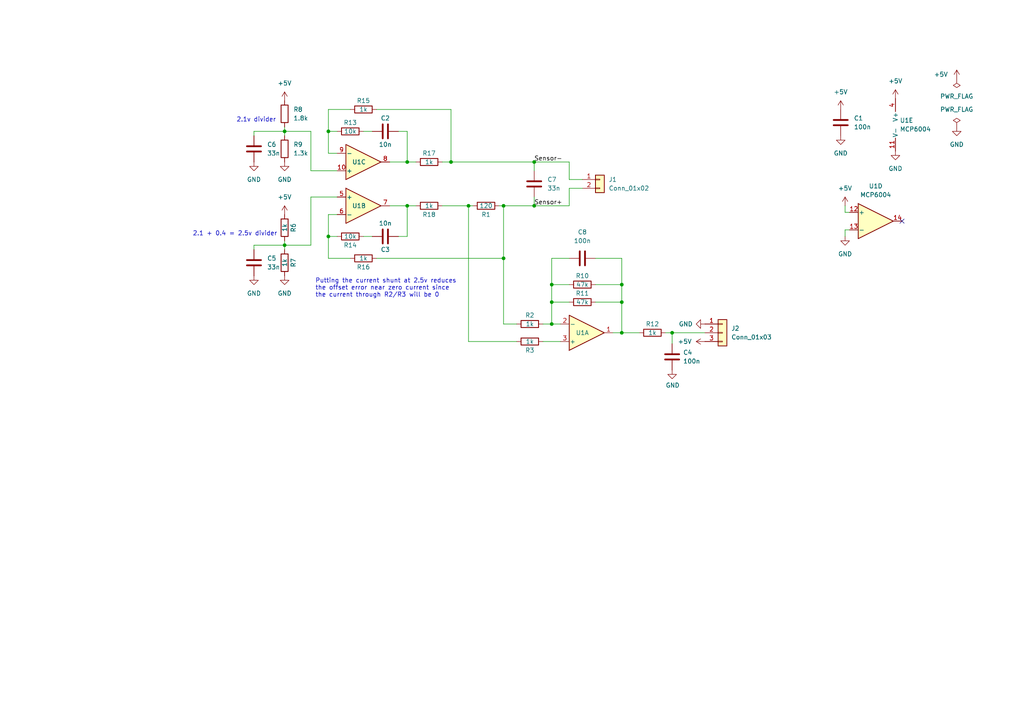
<source format=kicad_sch>
(kicad_sch (version 20211123) (generator eeschema)

  (uuid cbc750a3-dd90-457d-b43c-c07d12582d6b)

  (paper "A4")

  (lib_symbols
    (symbol "Amplifier_Operational:MCP6004" (pin_names (offset 0.127)) (in_bom yes) (on_board yes)
      (property "Reference" "U" (id 0) (at 0 5.08 0)
        (effects (font (size 1.27 1.27)) (justify left))
      )
      (property "Value" "MCP6004" (id 1) (at 0 -5.08 0)
        (effects (font (size 1.27 1.27)) (justify left))
      )
      (property "Footprint" "" (id 2) (at -1.27 2.54 0)
        (effects (font (size 1.27 1.27)) hide)
      )
      (property "Datasheet" "http://ww1.microchip.com/downloads/en/DeviceDoc/21733j.pdf" (id 3) (at 1.27 5.08 0)
        (effects (font (size 1.27 1.27)) hide)
      )
      (property "ki_locked" "" (id 4) (at 0 0 0)
        (effects (font (size 1.27 1.27)))
      )
      (property "ki_keywords" "quad opamp" (id 5) (at 0 0 0)
        (effects (font (size 1.27 1.27)) hide)
      )
      (property "ki_description" "1MHz, Low-Power Op Amp, DIP-14/SOIC-14/TSSOP-14" (id 6) (at 0 0 0)
        (effects (font (size 1.27 1.27)) hide)
      )
      (property "ki_fp_filters" "SOIC*3.9x8.7mm*P1.27mm* DIP*W7.62mm* TSSOP*4.4x5mm*P0.65mm* SSOP*5.3x6.2mm*P0.65mm* MSOP*3x3mm*P0.5mm*" (id 7) (at 0 0 0)
        (effects (font (size 1.27 1.27)) hide)
      )
      (symbol "MCP6004_1_1"
        (polyline
          (pts
            (xy -5.08 5.08)
            (xy 5.08 0)
            (xy -5.08 -5.08)
            (xy -5.08 5.08)
          )
          (stroke (width 0.254) (type default) (color 0 0 0 0))
          (fill (type background))
        )
        (pin output line (at 7.62 0 180) (length 2.54)
          (name "~" (effects (font (size 1.27 1.27))))
          (number "1" (effects (font (size 1.27 1.27))))
        )
        (pin input line (at -7.62 -2.54 0) (length 2.54)
          (name "-" (effects (font (size 1.27 1.27))))
          (number "2" (effects (font (size 1.27 1.27))))
        )
        (pin input line (at -7.62 2.54 0) (length 2.54)
          (name "+" (effects (font (size 1.27 1.27))))
          (number "3" (effects (font (size 1.27 1.27))))
        )
      )
      (symbol "MCP6004_2_1"
        (polyline
          (pts
            (xy -5.08 5.08)
            (xy 5.08 0)
            (xy -5.08 -5.08)
            (xy -5.08 5.08)
          )
          (stroke (width 0.254) (type default) (color 0 0 0 0))
          (fill (type background))
        )
        (pin input line (at -7.62 2.54 0) (length 2.54)
          (name "+" (effects (font (size 1.27 1.27))))
          (number "5" (effects (font (size 1.27 1.27))))
        )
        (pin input line (at -7.62 -2.54 0) (length 2.54)
          (name "-" (effects (font (size 1.27 1.27))))
          (number "6" (effects (font (size 1.27 1.27))))
        )
        (pin output line (at 7.62 0 180) (length 2.54)
          (name "~" (effects (font (size 1.27 1.27))))
          (number "7" (effects (font (size 1.27 1.27))))
        )
      )
      (symbol "MCP6004_3_1"
        (polyline
          (pts
            (xy -5.08 5.08)
            (xy 5.08 0)
            (xy -5.08 -5.08)
            (xy -5.08 5.08)
          )
          (stroke (width 0.254) (type default) (color 0 0 0 0))
          (fill (type background))
        )
        (pin input line (at -7.62 2.54 0) (length 2.54)
          (name "+" (effects (font (size 1.27 1.27))))
          (number "10" (effects (font (size 1.27 1.27))))
        )
        (pin output line (at 7.62 0 180) (length 2.54)
          (name "~" (effects (font (size 1.27 1.27))))
          (number "8" (effects (font (size 1.27 1.27))))
        )
        (pin input line (at -7.62 -2.54 0) (length 2.54)
          (name "-" (effects (font (size 1.27 1.27))))
          (number "9" (effects (font (size 1.27 1.27))))
        )
      )
      (symbol "MCP6004_4_1"
        (polyline
          (pts
            (xy -5.08 5.08)
            (xy 5.08 0)
            (xy -5.08 -5.08)
            (xy -5.08 5.08)
          )
          (stroke (width 0.254) (type default) (color 0 0 0 0))
          (fill (type background))
        )
        (pin input line (at -7.62 2.54 0) (length 2.54)
          (name "+" (effects (font (size 1.27 1.27))))
          (number "12" (effects (font (size 1.27 1.27))))
        )
        (pin input line (at -7.62 -2.54 0) (length 2.54)
          (name "-" (effects (font (size 1.27 1.27))))
          (number "13" (effects (font (size 1.27 1.27))))
        )
        (pin output line (at 7.62 0 180) (length 2.54)
          (name "~" (effects (font (size 1.27 1.27))))
          (number "14" (effects (font (size 1.27 1.27))))
        )
      )
      (symbol "MCP6004_5_1"
        (pin power_in line (at -2.54 -7.62 90) (length 3.81)
          (name "V-" (effects (font (size 1.27 1.27))))
          (number "11" (effects (font (size 1.27 1.27))))
        )
        (pin power_in line (at -2.54 7.62 270) (length 3.81)
          (name "V+" (effects (font (size 1.27 1.27))))
          (number "4" (effects (font (size 1.27 1.27))))
        )
      )
    )
    (symbol "Connector_Generic:Conn_01x02" (pin_names (offset 1.016) hide) (in_bom yes) (on_board yes)
      (property "Reference" "J" (id 0) (at 0 2.54 0)
        (effects (font (size 1.27 1.27)))
      )
      (property "Value" "Conn_01x02" (id 1) (at 0 -5.08 0)
        (effects (font (size 1.27 1.27)))
      )
      (property "Footprint" "" (id 2) (at 0 0 0)
        (effects (font (size 1.27 1.27)) hide)
      )
      (property "Datasheet" "~" (id 3) (at 0 0 0)
        (effects (font (size 1.27 1.27)) hide)
      )
      (property "ki_keywords" "connector" (id 4) (at 0 0 0)
        (effects (font (size 1.27 1.27)) hide)
      )
      (property "ki_description" "Generic connector, single row, 01x02, script generated (kicad-library-utils/schlib/autogen/connector/)" (id 5) (at 0 0 0)
        (effects (font (size 1.27 1.27)) hide)
      )
      (property "ki_fp_filters" "Connector*:*_1x??_*" (id 6) (at 0 0 0)
        (effects (font (size 1.27 1.27)) hide)
      )
      (symbol "Conn_01x02_1_1"
        (rectangle (start -1.27 -2.413) (end 0 -2.667)
          (stroke (width 0.1524) (type default) (color 0 0 0 0))
          (fill (type none))
        )
        (rectangle (start -1.27 0.127) (end 0 -0.127)
          (stroke (width 0.1524) (type default) (color 0 0 0 0))
          (fill (type none))
        )
        (rectangle (start -1.27 1.27) (end 1.27 -3.81)
          (stroke (width 0.254) (type default) (color 0 0 0 0))
          (fill (type background))
        )
        (pin passive line (at -5.08 0 0) (length 3.81)
          (name "Pin_1" (effects (font (size 1.27 1.27))))
          (number "1" (effects (font (size 1.27 1.27))))
        )
        (pin passive line (at -5.08 -2.54 0) (length 3.81)
          (name "Pin_2" (effects (font (size 1.27 1.27))))
          (number "2" (effects (font (size 1.27 1.27))))
        )
      )
    )
    (symbol "Connector_Generic:Conn_01x03" (pin_names (offset 1.016) hide) (in_bom yes) (on_board yes)
      (property "Reference" "J" (id 0) (at 0 5.08 0)
        (effects (font (size 1.27 1.27)))
      )
      (property "Value" "Conn_01x03" (id 1) (at 0 -5.08 0)
        (effects (font (size 1.27 1.27)))
      )
      (property "Footprint" "" (id 2) (at 0 0 0)
        (effects (font (size 1.27 1.27)) hide)
      )
      (property "Datasheet" "~" (id 3) (at 0 0 0)
        (effects (font (size 1.27 1.27)) hide)
      )
      (property "ki_keywords" "connector" (id 4) (at 0 0 0)
        (effects (font (size 1.27 1.27)) hide)
      )
      (property "ki_description" "Generic connector, single row, 01x03, script generated (kicad-library-utils/schlib/autogen/connector/)" (id 5) (at 0 0 0)
        (effects (font (size 1.27 1.27)) hide)
      )
      (property "ki_fp_filters" "Connector*:*_1x??_*" (id 6) (at 0 0 0)
        (effects (font (size 1.27 1.27)) hide)
      )
      (symbol "Conn_01x03_1_1"
        (rectangle (start -1.27 -2.413) (end 0 -2.667)
          (stroke (width 0.1524) (type default) (color 0 0 0 0))
          (fill (type none))
        )
        (rectangle (start -1.27 0.127) (end 0 -0.127)
          (stroke (width 0.1524) (type default) (color 0 0 0 0))
          (fill (type none))
        )
        (rectangle (start -1.27 2.667) (end 0 2.413)
          (stroke (width 0.1524) (type default) (color 0 0 0 0))
          (fill (type none))
        )
        (rectangle (start -1.27 3.81) (end 1.27 -3.81)
          (stroke (width 0.254) (type default) (color 0 0 0 0))
          (fill (type background))
        )
        (pin passive line (at -5.08 2.54 0) (length 3.81)
          (name "Pin_1" (effects (font (size 1.27 1.27))))
          (number "1" (effects (font (size 1.27 1.27))))
        )
        (pin passive line (at -5.08 0 0) (length 3.81)
          (name "Pin_2" (effects (font (size 1.27 1.27))))
          (number "2" (effects (font (size 1.27 1.27))))
        )
        (pin passive line (at -5.08 -2.54 0) (length 3.81)
          (name "Pin_3" (effects (font (size 1.27 1.27))))
          (number "3" (effects (font (size 1.27 1.27))))
        )
      )
    )
    (symbol "Device:C" (pin_numbers hide) (pin_names (offset 0.254)) (in_bom yes) (on_board yes)
      (property "Reference" "C" (id 0) (at 0.635 2.54 0)
        (effects (font (size 1.27 1.27)) (justify left))
      )
      (property "Value" "C" (id 1) (at 0.635 -2.54 0)
        (effects (font (size 1.27 1.27)) (justify left))
      )
      (property "Footprint" "" (id 2) (at 0.9652 -3.81 0)
        (effects (font (size 1.27 1.27)) hide)
      )
      (property "Datasheet" "~" (id 3) (at 0 0 0)
        (effects (font (size 1.27 1.27)) hide)
      )
      (property "ki_keywords" "cap capacitor" (id 4) (at 0 0 0)
        (effects (font (size 1.27 1.27)) hide)
      )
      (property "ki_description" "Unpolarized capacitor" (id 5) (at 0 0 0)
        (effects (font (size 1.27 1.27)) hide)
      )
      (property "ki_fp_filters" "C_*" (id 6) (at 0 0 0)
        (effects (font (size 1.27 1.27)) hide)
      )
      (symbol "C_0_1"
        (polyline
          (pts
            (xy -2.032 -0.762)
            (xy 2.032 -0.762)
          )
          (stroke (width 0.508) (type default) (color 0 0 0 0))
          (fill (type none))
        )
        (polyline
          (pts
            (xy -2.032 0.762)
            (xy 2.032 0.762)
          )
          (stroke (width 0.508) (type default) (color 0 0 0 0))
          (fill (type none))
        )
      )
      (symbol "C_1_1"
        (pin passive line (at 0 3.81 270) (length 2.794)
          (name "~" (effects (font (size 1.27 1.27))))
          (number "1" (effects (font (size 1.27 1.27))))
        )
        (pin passive line (at 0 -3.81 90) (length 2.794)
          (name "~" (effects (font (size 1.27 1.27))))
          (number "2" (effects (font (size 1.27 1.27))))
        )
      )
    )
    (symbol "Device:R" (pin_numbers hide) (pin_names (offset 0)) (in_bom yes) (on_board yes)
      (property "Reference" "R" (id 0) (at 2.032 0 90)
        (effects (font (size 1.27 1.27)))
      )
      (property "Value" "R" (id 1) (at 0 0 90)
        (effects (font (size 1.27 1.27)))
      )
      (property "Footprint" "" (id 2) (at -1.778 0 90)
        (effects (font (size 1.27 1.27)) hide)
      )
      (property "Datasheet" "~" (id 3) (at 0 0 0)
        (effects (font (size 1.27 1.27)) hide)
      )
      (property "ki_keywords" "R res resistor" (id 4) (at 0 0 0)
        (effects (font (size 1.27 1.27)) hide)
      )
      (property "ki_description" "Resistor" (id 5) (at 0 0 0)
        (effects (font (size 1.27 1.27)) hide)
      )
      (property "ki_fp_filters" "R_*" (id 6) (at 0 0 0)
        (effects (font (size 1.27 1.27)) hide)
      )
      (symbol "R_0_1"
        (rectangle (start -1.016 -2.54) (end 1.016 2.54)
          (stroke (width 0.254) (type default) (color 0 0 0 0))
          (fill (type none))
        )
      )
      (symbol "R_1_1"
        (pin passive line (at 0 3.81 270) (length 1.27)
          (name "~" (effects (font (size 1.27 1.27))))
          (number "1" (effects (font (size 1.27 1.27))))
        )
        (pin passive line (at 0 -3.81 90) (length 1.27)
          (name "~" (effects (font (size 1.27 1.27))))
          (number "2" (effects (font (size 1.27 1.27))))
        )
      )
    )
    (symbol "power:+5V" (power) (pin_names (offset 0)) (in_bom yes) (on_board yes)
      (property "Reference" "#PWR" (id 0) (at 0 -3.81 0)
        (effects (font (size 1.27 1.27)) hide)
      )
      (property "Value" "+5V" (id 1) (at 0 3.556 0)
        (effects (font (size 1.27 1.27)))
      )
      (property "Footprint" "" (id 2) (at 0 0 0)
        (effects (font (size 1.27 1.27)) hide)
      )
      (property "Datasheet" "" (id 3) (at 0 0 0)
        (effects (font (size 1.27 1.27)) hide)
      )
      (property "ki_keywords" "power-flag" (id 4) (at 0 0 0)
        (effects (font (size 1.27 1.27)) hide)
      )
      (property "ki_description" "Power symbol creates a global label with name \"+5V\"" (id 5) (at 0 0 0)
        (effects (font (size 1.27 1.27)) hide)
      )
      (symbol "+5V_0_1"
        (polyline
          (pts
            (xy -0.762 1.27)
            (xy 0 2.54)
          )
          (stroke (width 0) (type default) (color 0 0 0 0))
          (fill (type none))
        )
        (polyline
          (pts
            (xy 0 0)
            (xy 0 2.54)
          )
          (stroke (width 0) (type default) (color 0 0 0 0))
          (fill (type none))
        )
        (polyline
          (pts
            (xy 0 2.54)
            (xy 0.762 1.27)
          )
          (stroke (width 0) (type default) (color 0 0 0 0))
          (fill (type none))
        )
      )
      (symbol "+5V_1_1"
        (pin power_in line (at 0 0 90) (length 0) hide
          (name "+5V" (effects (font (size 1.27 1.27))))
          (number "1" (effects (font (size 1.27 1.27))))
        )
      )
    )
    (symbol "power:GND" (power) (pin_names (offset 0)) (in_bom yes) (on_board yes)
      (property "Reference" "#PWR" (id 0) (at 0 -6.35 0)
        (effects (font (size 1.27 1.27)) hide)
      )
      (property "Value" "GND" (id 1) (at 0 -3.81 0)
        (effects (font (size 1.27 1.27)))
      )
      (property "Footprint" "" (id 2) (at 0 0 0)
        (effects (font (size 1.27 1.27)) hide)
      )
      (property "Datasheet" "" (id 3) (at 0 0 0)
        (effects (font (size 1.27 1.27)) hide)
      )
      (property "ki_keywords" "power-flag" (id 4) (at 0 0 0)
        (effects (font (size 1.27 1.27)) hide)
      )
      (property "ki_description" "Power symbol creates a global label with name \"GND\" , ground" (id 5) (at 0 0 0)
        (effects (font (size 1.27 1.27)) hide)
      )
      (symbol "GND_0_1"
        (polyline
          (pts
            (xy 0 0)
            (xy 0 -1.27)
            (xy 1.27 -1.27)
            (xy 0 -2.54)
            (xy -1.27 -1.27)
            (xy 0 -1.27)
          )
          (stroke (width 0) (type default) (color 0 0 0 0))
          (fill (type none))
        )
      )
      (symbol "GND_1_1"
        (pin power_in line (at 0 0 270) (length 0) hide
          (name "GND" (effects (font (size 1.27 1.27))))
          (number "1" (effects (font (size 1.27 1.27))))
        )
      )
    )
    (symbol "power:PWR_FLAG" (power) (pin_numbers hide) (pin_names (offset 0) hide) (in_bom yes) (on_board yes)
      (property "Reference" "#FLG" (id 0) (at 0 1.905 0)
        (effects (font (size 1.27 1.27)) hide)
      )
      (property "Value" "PWR_FLAG" (id 1) (at 0 3.81 0)
        (effects (font (size 1.27 1.27)))
      )
      (property "Footprint" "" (id 2) (at 0 0 0)
        (effects (font (size 1.27 1.27)) hide)
      )
      (property "Datasheet" "~" (id 3) (at 0 0 0)
        (effects (font (size 1.27 1.27)) hide)
      )
      (property "ki_keywords" "power-flag" (id 4) (at 0 0 0)
        (effects (font (size 1.27 1.27)) hide)
      )
      (property "ki_description" "Special symbol for telling ERC where power comes from" (id 5) (at 0 0 0)
        (effects (font (size 1.27 1.27)) hide)
      )
      (symbol "PWR_FLAG_0_0"
        (pin power_out line (at 0 0 90) (length 0)
          (name "pwr" (effects (font (size 1.27 1.27))))
          (number "1" (effects (font (size 1.27 1.27))))
        )
      )
      (symbol "PWR_FLAG_0_1"
        (polyline
          (pts
            (xy 0 0)
            (xy 0 1.27)
            (xy -1.016 1.905)
            (xy 0 2.54)
            (xy 1.016 1.905)
            (xy 0 1.27)
          )
          (stroke (width 0) (type default) (color 0 0 0 0))
          (fill (type none))
        )
      )
    )
  )

  (junction (at 130.81 46.99) (diameter 0) (color 0 0 0 0)
    (uuid 085afd9a-ec75-457b-be29-980c9da43d8d)
  )
  (junction (at 118.11 46.99) (diameter 0) (color 0 0 0 0)
    (uuid 13b663db-9929-4ff4-be74-26703928d339)
  )
  (junction (at 82.55 38.1) (diameter 0) (color 0 0 0 0)
    (uuid 1a1894bb-bc74-42c7-9ab7-f94826ddaf51)
  )
  (junction (at 180.34 87.63) (diameter 0) (color 0 0 0 0)
    (uuid 28000a9e-e9a8-43d5-9665-c6706fa38185)
  )
  (junction (at 146.05 74.93) (diameter 0) (color 0 0 0 0)
    (uuid 36975bef-4ada-4a41-bac2-2d5883bad7ed)
  )
  (junction (at 154.94 46.99) (diameter 0) (color 0 0 0 0)
    (uuid 39807a38-1f63-464f-8bbd-5b5b4a70d120)
  )
  (junction (at 95.25 38.1) (diameter 0) (color 0 0 0 0)
    (uuid 5bdd1992-6afd-49b5-be69-1b5cff462f84)
  )
  (junction (at 194.945 96.52) (diameter 0) (color 0 0 0 0)
    (uuid 8291e8f2-7200-4060-9fed-4ec3846a3808)
  )
  (junction (at 146.05 59.69) (diameter 0) (color 0 0 0 0)
    (uuid 902b1673-d6d0-48af-bd08-c6d48de37504)
  )
  (junction (at 180.34 82.55) (diameter 0) (color 0 0 0 0)
    (uuid 9b41206f-53fc-4586-b95a-d5c59eba47a1)
  )
  (junction (at 180.34 96.52) (diameter 0) (color 0 0 0 0)
    (uuid 9e9c5fec-5bdb-400a-8636-1c86f2a930dc)
  )
  (junction (at 82.55 71.12) (diameter 0) (color 0 0 0 0)
    (uuid abf7b895-f250-4dc0-a7ec-50b604d31cb0)
  )
  (junction (at 95.25 68.58) (diameter 0) (color 0 0 0 0)
    (uuid bc7e60d5-c1bb-47b5-ba57-9c4c326eb136)
  )
  (junction (at 160.02 82.55) (diameter 0) (color 0 0 0 0)
    (uuid c71f66cd-f262-48ad-a590-2d96484db311)
  )
  (junction (at 154.94 59.69) (diameter 0) (color 0 0 0 0)
    (uuid df330bfa-8d8a-4b55-8b7b-63bf763eef35)
  )
  (junction (at 160.02 87.63) (diameter 0) (color 0 0 0 0)
    (uuid e5fc3631-c82d-4c50-b63b-47c94966102e)
  )
  (junction (at 135.89 59.69) (diameter 0) (color 0 0 0 0)
    (uuid f41cb64d-0472-45eb-ab38-35b96600c3b2)
  )
  (junction (at 160.02 93.98) (diameter 0) (color 0 0 0 0)
    (uuid fd0fcc40-306c-4d9e-9619-f0715f0d72aa)
  )
  (junction (at 118.11 59.69) (diameter 0) (color 0 0 0 0)
    (uuid fedb1321-7459-473e-83d1-e5893fed1cf7)
  )

  (no_connect (at 261.62 64.135) (uuid ecf215dc-0f25-4010-ac53-132033ea42e6))

  (wire (pts (xy 146.05 93.98) (xy 149.86 93.98))
    (stroke (width 0) (type default) (color 0 0 0 0))
    (uuid 01f3e8e3-9c7c-4600-b56a-c23a547e867e)
  )
  (wire (pts (xy 180.34 96.52) (xy 177.8 96.52))
    (stroke (width 0) (type default) (color 0 0 0 0))
    (uuid 03ace88a-79e9-4c0b-920d-fd09c0957095)
  )
  (wire (pts (xy 118.11 59.69) (xy 113.03 59.69))
    (stroke (width 0) (type default) (color 0 0 0 0))
    (uuid 06a11efd-2b55-4779-aec8-4549a757bc14)
  )
  (wire (pts (xy 82.55 71.12) (xy 82.55 72.39))
    (stroke (width 0) (type default) (color 0 0 0 0))
    (uuid 0825ad2b-c0f6-4214-b4de-5526c52c5510)
  )
  (wire (pts (xy 172.72 87.63) (xy 180.34 87.63))
    (stroke (width 0) (type default) (color 0 0 0 0))
    (uuid 0942a053-2a47-4d13-acf4-57b5a82cd111)
  )
  (wire (pts (xy 245.11 59.69) (xy 245.11 61.595))
    (stroke (width 0) (type default) (color 0 0 0 0))
    (uuid 0af75d93-a723-437b-ad25-e378b260bf18)
  )
  (wire (pts (xy 135.89 59.69) (xy 137.16 59.69))
    (stroke (width 0) (type default) (color 0 0 0 0))
    (uuid 0b50e240-eb6d-4e53-b457-99ce4ac4c3c8)
  )
  (wire (pts (xy 82.55 71.12) (xy 90.17 71.12))
    (stroke (width 0) (type default) (color 0 0 0 0))
    (uuid 1016aeaf-9ab9-4309-ae59-ffa89ecd791d)
  )
  (wire (pts (xy 95.25 74.93) (xy 95.25 68.58))
    (stroke (width 0) (type default) (color 0 0 0 0))
    (uuid 11167762-376f-4a70-8d52-7526b70a4556)
  )
  (wire (pts (xy 128.27 59.69) (xy 135.89 59.69))
    (stroke (width 0) (type default) (color 0 0 0 0))
    (uuid 1534c334-a181-4497-b5d4-cc5a1488e7be)
  )
  (wire (pts (xy 118.11 38.1) (xy 118.11 46.99))
    (stroke (width 0) (type default) (color 0 0 0 0))
    (uuid 16f9ac22-2a14-4831-adb3-9b414f10a576)
  )
  (wire (pts (xy 95.25 38.1) (xy 97.79 38.1))
    (stroke (width 0) (type default) (color 0 0 0 0))
    (uuid 172c5f04-6919-4eab-86f3-ee25ac112011)
  )
  (wire (pts (xy 118.11 68.58) (xy 118.11 59.69))
    (stroke (width 0) (type default) (color 0 0 0 0))
    (uuid 19c344a2-8cb5-409b-9515-884b2d673a73)
  )
  (wire (pts (xy 180.34 96.52) (xy 185.42 96.52))
    (stroke (width 0) (type default) (color 0 0 0 0))
    (uuid 1dd27986-ecf1-40f8-8a36-ae9f86a3d672)
  )
  (wire (pts (xy 82.55 38.1) (xy 90.17 38.1))
    (stroke (width 0) (type default) (color 0 0 0 0))
    (uuid 1e3fb8c2-fd65-4002-a858-ff247c3052b9)
  )
  (wire (pts (xy 130.81 46.99) (xy 154.94 46.99))
    (stroke (width 0) (type default) (color 0 0 0 0))
    (uuid 1febe177-dea7-4714-b130-8788a811a25f)
  )
  (wire (pts (xy 130.81 31.75) (xy 130.81 46.99))
    (stroke (width 0) (type default) (color 0 0 0 0))
    (uuid 2946b095-11f4-4da1-a769-b25141451fa1)
  )
  (wire (pts (xy 149.86 99.06) (xy 135.89 99.06))
    (stroke (width 0) (type default) (color 0 0 0 0))
    (uuid 2ee41bf0-217f-4d1a-a1fc-f1b8066868d0)
  )
  (wire (pts (xy 165.1 52.07) (xy 168.91 52.07))
    (stroke (width 0) (type default) (color 0 0 0 0))
    (uuid 313b7185-18bb-4d3d-8c2a-0877d33ba881)
  )
  (wire (pts (xy 194.945 96.52) (xy 194.945 99.695))
    (stroke (width 0) (type default) (color 0 0 0 0))
    (uuid 33704b03-e465-4001-a51e-346fd3d5c893)
  )
  (wire (pts (xy 160.02 82.55) (xy 165.1 82.55))
    (stroke (width 0) (type default) (color 0 0 0 0))
    (uuid 3e0d93b8-13c7-4514-888f-265bd5a10cb0)
  )
  (wire (pts (xy 165.1 74.93) (xy 160.02 74.93))
    (stroke (width 0) (type default) (color 0 0 0 0))
    (uuid 3f78aded-4814-46f6-afd1-cccfbbf3bf75)
  )
  (wire (pts (xy 172.72 74.93) (xy 180.34 74.93))
    (stroke (width 0) (type default) (color 0 0 0 0))
    (uuid 41770b45-b377-4936-a407-3fd689448049)
  )
  (wire (pts (xy 180.34 87.63) (xy 180.34 96.52))
    (stroke (width 0) (type default) (color 0 0 0 0))
    (uuid 42ebb0e4-a7e3-4759-a57c-731182dccbc0)
  )
  (wire (pts (xy 95.25 62.23) (xy 97.79 62.23))
    (stroke (width 0) (type default) (color 0 0 0 0))
    (uuid 4b558454-b670-460b-9b80-2271ae1228e2)
  )
  (wire (pts (xy 160.02 74.93) (xy 160.02 82.55))
    (stroke (width 0) (type default) (color 0 0 0 0))
    (uuid 4b9e8e1c-6a30-4304-b202-3264978a9a91)
  )
  (wire (pts (xy 165.1 59.69) (xy 154.94 59.69))
    (stroke (width 0) (type default) (color 0 0 0 0))
    (uuid 50958551-3244-41f7-98b7-098f31151ac6)
  )
  (wire (pts (xy 194.945 96.52) (xy 204.47 96.52))
    (stroke (width 0) (type default) (color 0 0 0 0))
    (uuid 52d57b86-a33e-4b19-825c-0bc0bf05aae6)
  )
  (wire (pts (xy 154.94 49.53) (xy 154.94 46.99))
    (stroke (width 0) (type default) (color 0 0 0 0))
    (uuid 56d23d1c-d60f-40f9-84cd-d2a9cd27e502)
  )
  (wire (pts (xy 73.66 39.37) (xy 73.66 38.1))
    (stroke (width 0) (type default) (color 0 0 0 0))
    (uuid 58ea48b3-5955-4573-8a48-6f05a1117d62)
  )
  (wire (pts (xy 165.1 46.99) (xy 165.1 52.07))
    (stroke (width 0) (type default) (color 0 0 0 0))
    (uuid 5942482e-bd78-4b7c-8391-f311dcb6e78e)
  )
  (wire (pts (xy 146.05 74.93) (xy 146.05 93.98))
    (stroke (width 0) (type default) (color 0 0 0 0))
    (uuid 5bafcb78-d2de-40b1-bc99-dcee604d785a)
  )
  (wire (pts (xy 180.34 74.93) (xy 180.34 82.55))
    (stroke (width 0) (type default) (color 0 0 0 0))
    (uuid 5ed2696e-1b53-4917-aed3-1bd5b5bb1884)
  )
  (wire (pts (xy 73.66 71.12) (xy 82.55 71.12))
    (stroke (width 0) (type default) (color 0 0 0 0))
    (uuid 5fd388cf-2135-4e9e-b045-8c11512138ae)
  )
  (wire (pts (xy 160.02 87.63) (xy 160.02 82.55))
    (stroke (width 0) (type default) (color 0 0 0 0))
    (uuid 642d0365-18d2-4c1d-a3c0-1b063ee8e65c)
  )
  (wire (pts (xy 73.66 38.1) (xy 82.55 38.1))
    (stroke (width 0) (type default) (color 0 0 0 0))
    (uuid 64476772-3080-42dd-81ea-26d662e1de26)
  )
  (wire (pts (xy 90.17 38.1) (xy 90.17 49.53))
    (stroke (width 0) (type default) (color 0 0 0 0))
    (uuid 65f2db54-5f49-4cc7-951a-78cee37973db)
  )
  (wire (pts (xy 109.22 31.75) (xy 130.81 31.75))
    (stroke (width 0) (type default) (color 0 0 0 0))
    (uuid 66955d3c-d746-41bf-9f85-512a3bc00115)
  )
  (wire (pts (xy 101.6 31.75) (xy 95.25 31.75))
    (stroke (width 0) (type default) (color 0 0 0 0))
    (uuid 684b418c-172c-475b-8440-7927968ec5b4)
  )
  (wire (pts (xy 90.17 49.53) (xy 97.79 49.53))
    (stroke (width 0) (type default) (color 0 0 0 0))
    (uuid 6ae696cb-d5dd-4258-b5bc-88715c67cf63)
  )
  (wire (pts (xy 146.05 59.69) (xy 146.05 74.93))
    (stroke (width 0) (type default) (color 0 0 0 0))
    (uuid 6d3360d4-a7ee-4e6a-979d-71d4e3caa72f)
  )
  (wire (pts (xy 160.02 87.63) (xy 160.02 93.98))
    (stroke (width 0) (type default) (color 0 0 0 0))
    (uuid 6d99f6a0-d21d-40d5-8367-2d1511f779bf)
  )
  (wire (pts (xy 115.57 38.1) (xy 118.11 38.1))
    (stroke (width 0) (type default) (color 0 0 0 0))
    (uuid 76c131ce-9893-4636-b703-a2a5121efd65)
  )
  (wire (pts (xy 154.94 46.99) (xy 165.1 46.99))
    (stroke (width 0) (type default) (color 0 0 0 0))
    (uuid 774cfd2f-7ae8-40cf-b664-ba3d5075ef3c)
  )
  (wire (pts (xy 146.05 59.69) (xy 154.94 59.69))
    (stroke (width 0) (type default) (color 0 0 0 0))
    (uuid 7bdaaf74-ece1-49c3-a173-cda77c3164ed)
  )
  (wire (pts (xy 82.55 69.85) (xy 82.55 71.12))
    (stroke (width 0) (type default) (color 0 0 0 0))
    (uuid 7e8709ad-f944-4d08-a94f-a9e93af6fe37)
  )
  (wire (pts (xy 165.1 87.63) (xy 160.02 87.63))
    (stroke (width 0) (type default) (color 0 0 0 0))
    (uuid 814bda4c-9b81-4fbc-bb92-810d42f7db00)
  )
  (wire (pts (xy 118.11 46.99) (xy 113.03 46.99))
    (stroke (width 0) (type default) (color 0 0 0 0))
    (uuid 81951985-c6a6-456e-9f9f-6df1b6433365)
  )
  (wire (pts (xy 95.25 68.58) (xy 95.25 62.23))
    (stroke (width 0) (type default) (color 0 0 0 0))
    (uuid 8867cf55-7420-4ed2-a4aa-ab772b354b42)
  )
  (wire (pts (xy 101.6 74.93) (xy 95.25 74.93))
    (stroke (width 0) (type default) (color 0 0 0 0))
    (uuid 8d396e4a-5a5b-45d3-a4c1-655f544475a3)
  )
  (wire (pts (xy 95.25 31.75) (xy 95.25 38.1))
    (stroke (width 0) (type default) (color 0 0 0 0))
    (uuid 8f91ade0-b3e5-4bd3-a64a-c4d31ee44e4a)
  )
  (wire (pts (xy 144.78 59.69) (xy 146.05 59.69))
    (stroke (width 0) (type default) (color 0 0 0 0))
    (uuid 93239970-8c92-4e02-bf2e-ed4d3a143a74)
  )
  (wire (pts (xy 115.57 68.58) (xy 118.11 68.58))
    (stroke (width 0) (type default) (color 0 0 0 0))
    (uuid 97d26e54-9e8b-4f6e-9577-e137899309f6)
  )
  (wire (pts (xy 82.55 36.83) (xy 82.55 38.1))
    (stroke (width 0) (type default) (color 0 0 0 0))
    (uuid 9d6d68f5-cc14-449e-94c2-18f646e80078)
  )
  (wire (pts (xy 157.48 99.06) (xy 162.56 99.06))
    (stroke (width 0) (type default) (color 0 0 0 0))
    (uuid a28c82f7-73bb-4199-a270-c6868223fa2f)
  )
  (wire (pts (xy 165.1 54.61) (xy 165.1 59.69))
    (stroke (width 0) (type default) (color 0 0 0 0))
    (uuid a6a49115-ca73-49ad-9fda-373eb81b60dd)
  )
  (wire (pts (xy 118.11 46.99) (xy 120.65 46.99))
    (stroke (width 0) (type default) (color 0 0 0 0))
    (uuid a8799d19-62d3-4734-80b6-e9d96c87614e)
  )
  (wire (pts (xy 135.89 99.06) (xy 135.89 59.69))
    (stroke (width 0) (type default) (color 0 0 0 0))
    (uuid abb2c438-6207-44df-972b-6ecc49aa257b)
  )
  (wire (pts (xy 245.11 66.675) (xy 246.38 66.675))
    (stroke (width 0) (type default) (color 0 0 0 0))
    (uuid ae0e7b58-0cc5-4eff-9647-9ef7ad1a0b6a)
  )
  (wire (pts (xy 168.91 54.61) (xy 165.1 54.61))
    (stroke (width 0) (type default) (color 0 0 0 0))
    (uuid aeece1fd-a001-498a-85fc-7a3657bed25f)
  )
  (wire (pts (xy 180.34 87.63) (xy 180.34 82.55))
    (stroke (width 0) (type default) (color 0 0 0 0))
    (uuid bbfa3f07-92f6-44f5-b543-8f5a4bc87dcd)
  )
  (wire (pts (xy 245.11 61.595) (xy 246.38 61.595))
    (stroke (width 0) (type default) (color 0 0 0 0))
    (uuid bdf5b98f-81ce-465a-bfa6-b7c1fb1e42e4)
  )
  (wire (pts (xy 118.11 59.69) (xy 120.65 59.69))
    (stroke (width 0) (type default) (color 0 0 0 0))
    (uuid bf54cb62-5e4b-40fd-b07e-53b3d5e8a155)
  )
  (wire (pts (xy 130.81 46.99) (xy 128.27 46.99))
    (stroke (width 0) (type default) (color 0 0 0 0))
    (uuid cd4f1c95-2c8d-4d70-817e-d11ae9648ea5)
  )
  (wire (pts (xy 160.02 93.98) (xy 162.56 93.98))
    (stroke (width 0) (type default) (color 0 0 0 0))
    (uuid d058c61c-e1ce-4939-a120-17f8cb17ca8d)
  )
  (wire (pts (xy 105.41 68.58) (xy 107.95 68.58))
    (stroke (width 0) (type default) (color 0 0 0 0))
    (uuid d4d6afce-f368-4ed7-b36d-7c4b38bb8c62)
  )
  (wire (pts (xy 95.25 44.45) (xy 97.79 44.45))
    (stroke (width 0) (type default) (color 0 0 0 0))
    (uuid d81ddeec-f298-4fd7-9726-89a21de6257c)
  )
  (wire (pts (xy 90.17 57.15) (xy 97.79 57.15))
    (stroke (width 0) (type default) (color 0 0 0 0))
    (uuid ddfe417d-0510-4fb2-8d27-318afb625168)
  )
  (wire (pts (xy 105.41 38.1) (xy 107.95 38.1))
    (stroke (width 0) (type default) (color 0 0 0 0))
    (uuid e0fcdd42-60d6-41b6-a005-5917ffca0059)
  )
  (wire (pts (xy 82.55 38.1) (xy 82.55 39.37))
    (stroke (width 0) (type default) (color 0 0 0 0))
    (uuid e2a32405-536f-49d5-8cab-4b90d6615551)
  )
  (wire (pts (xy 73.66 72.39) (xy 73.66 71.12))
    (stroke (width 0) (type default) (color 0 0 0 0))
    (uuid e3924748-02d6-474c-b82e-a2ef791d4314)
  )
  (wire (pts (xy 109.22 74.93) (xy 146.05 74.93))
    (stroke (width 0) (type default) (color 0 0 0 0))
    (uuid e49d689f-1718-4a75-b280-1fed562d889f)
  )
  (wire (pts (xy 180.34 82.55) (xy 172.72 82.55))
    (stroke (width 0) (type default) (color 0 0 0 0))
    (uuid e54c57a1-b1c5-4db8-966c-b4a472ad4d7c)
  )
  (wire (pts (xy 245.11 68.58) (xy 245.11 66.675))
    (stroke (width 0) (type default) (color 0 0 0 0))
    (uuid ec81543c-6d81-4583-9009-c3325e41f2db)
  )
  (wire (pts (xy 95.25 38.1) (xy 95.25 44.45))
    (stroke (width 0) (type default) (color 0 0 0 0))
    (uuid ecfb794b-bb00-48bb-80b4-f4cbb835cc35)
  )
  (wire (pts (xy 154.94 59.69) (xy 154.94 57.15))
    (stroke (width 0) (type default) (color 0 0 0 0))
    (uuid f35b8077-b858-4674-bce0-7707da0dc4e5)
  )
  (wire (pts (xy 95.25 68.58) (xy 97.79 68.58))
    (stroke (width 0) (type default) (color 0 0 0 0))
    (uuid fc8f5e70-d2d0-4208-ae97-cb2b1b45aee4)
  )
  (wire (pts (xy 90.17 71.12) (xy 90.17 57.15))
    (stroke (width 0) (type default) (color 0 0 0 0))
    (uuid fcf4fd80-c262-4028-a008-cafdca02e03d)
  )
  (wire (pts (xy 193.04 96.52) (xy 194.945 96.52))
    (stroke (width 0) (type default) (color 0 0 0 0))
    (uuid fe6639c7-c7d2-4655-8e54-1f2fbca5c2aa)
  )
  (wire (pts (xy 157.48 93.98) (xy 160.02 93.98))
    (stroke (width 0) (type default) (color 0 0 0 0))
    (uuid feed10c7-f8b1-4cc0-91a0-431226ad3a03)
  )

  (text "2.1v divider" (at 68.58 35.56 0)
    (effects (font (size 1.27 1.27)) (justify left bottom))
    (uuid 1a5775b0-8a94-491d-8ce1-abac6d29c07f)
  )
  (text "2.1 + 0.4 = 2.5v divider" (at 55.88 68.58 0)
    (effects (font (size 1.27 1.27)) (justify left bottom))
    (uuid e4e09e90-c59b-4e93-8a22-6840b1f5af3a)
  )
  (text "Putting the current shunt at 2.5v reduces\nthe offset error near zero current since\nthe current through R2/R3 will be 0"
    (at 91.44 86.36 0)
    (effects (font (size 1.27 1.27)) (justify left bottom))
    (uuid edc83622-ca56-494a-8e08-ebaf8a2d4bba)
  )

  (label "Sensor-" (at 154.94 46.99 0)
    (effects (font (size 1.27 1.27)) (justify left bottom))
    (uuid 3b33a1c0-d525-469c-855d-0567aa35ea1a)
  )
  (label "Sensor+" (at 154.94 59.69 0)
    (effects (font (size 1.27 1.27)) (justify left bottom))
    (uuid 5e5b6286-d4d5-4094-82f7-3d40d746b46b)
  )

  (symbol (lib_id "power:GND") (at 277.495 36.83 0) (unit 1)
    (in_bom yes) (on_board yes) (fields_autoplaced)
    (uuid 03065914-8772-4a0f-957a-8b95bbad5880)
    (property "Reference" "#PWR0102" (id 0) (at 277.495 43.18 0)
      (effects (font (size 1.27 1.27)) hide)
    )
    (property "Value" "GND" (id 1) (at 277.495 41.91 0))
    (property "Footprint" "" (id 2) (at 277.495 36.83 0)
      (effects (font (size 1.27 1.27)) hide)
    )
    (property "Datasheet" "" (id 3) (at 277.495 36.83 0)
      (effects (font (size 1.27 1.27)) hide)
    )
    (pin "1" (uuid d24daae1-e6cf-4bfb-8cb8-7d5e96be5d3c))
  )

  (symbol (lib_id "Device:R") (at 82.55 43.18 0) (unit 1)
    (in_bom yes) (on_board yes) (fields_autoplaced)
    (uuid 0fe70f4d-158f-490f-b952-396e75cc71e8)
    (property "Reference" "R9" (id 0) (at 85.09 41.9099 0)
      (effects (font (size 1.27 1.27)) (justify left))
    )
    (property "Value" "1.3k" (id 1) (at 85.09 44.4499 0)
      (effects (font (size 1.27 1.27)) (justify left))
    )
    (property "Footprint" "Resistor_SMD:R_0402_1005Metric" (id 2) (at 80.772 43.18 90)
      (effects (font (size 1.27 1.27)) hide)
    )
    (property "Datasheet" "~" (id 3) (at 82.55 43.18 0)
      (effects (font (size 1.27 1.27)) hide)
    )
    (property "LCSC" "C227316" (id 4) (at 82.55 43.18 0)
      (effects (font (size 1.27 1.27)) hide)
    )
    (pin "1" (uuid 37a4de4c-23c8-40b3-ae19-13b515d45ee8))
    (pin "2" (uuid 824649e3-84c4-4a22-a084-252f09a9fcdd))
  )

  (symbol (lib_id "Device:R") (at 140.97 59.69 90) (unit 1)
    (in_bom yes) (on_board yes)
    (uuid 12172027-e9c1-4ec7-a080-002e638deee0)
    (property "Reference" "R1" (id 0) (at 140.97 62.23 90))
    (property "Value" "120" (id 1) (at 140.97 59.69 90))
    (property "Footprint" "Resistor_SMD:R_0402_1005Metric" (id 2) (at 140.97 61.468 90)
      (effects (font (size 1.27 1.27)) hide)
    )
    (property "Datasheet" "~" (id 3) (at 140.97 59.69 0)
      (effects (font (size 1.27 1.27)) hide)
    )
    (property "LCSC" "C25079" (id 4) (at 140.97 59.69 0)
      (effects (font (size 1.27 1.27)) hide)
    )
    (pin "1" (uuid 7d99d48f-05b6-4ea9-86b8-62bec95aa587))
    (pin "2" (uuid ef1996fe-d8cb-4f99-a184-b5bf7c3ed183))
  )

  (symbol (lib_id "Device:R") (at 153.67 93.98 90) (unit 1)
    (in_bom yes) (on_board yes)
    (uuid 13d9dde9-8c33-437b-9db5-b11645fd710f)
    (property "Reference" "R2" (id 0) (at 153.67 91.44 90))
    (property "Value" "1k" (id 1) (at 153.67 93.98 90))
    (property "Footprint" "Resistor_SMD:R_0402_1005Metric" (id 2) (at 153.67 95.758 90)
      (effects (font (size 1.27 1.27)) hide)
    )
    (property "Datasheet" "~" (id 3) (at 153.67 93.98 0)
      (effects (font (size 1.27 1.27)) hide)
    )
    (property "LCSC" "C11702" (id 4) (at 153.67 93.98 0)
      (effects (font (size 1.27 1.27)) hide)
    )
    (pin "1" (uuid f85d278e-680d-43f9-924e-b43d595821e9))
    (pin "2" (uuid f2221cfe-ce81-4286-a277-08cf51ddaca4))
  )

  (symbol (lib_id "Device:R") (at 82.55 33.02 0) (unit 1)
    (in_bom yes) (on_board yes) (fields_autoplaced)
    (uuid 173157d7-4d8d-4aca-8b87-aed058616943)
    (property "Reference" "R8" (id 0) (at 85.09 31.7499 0)
      (effects (font (size 1.27 1.27)) (justify left))
    )
    (property "Value" "1.8k" (id 1) (at 85.09 34.2899 0)
      (effects (font (size 1.27 1.27)) (justify left))
    )
    (property "Footprint" "Resistor_SMD:R_0603_1608Metric" (id 2) (at 80.772 33.02 90)
      (effects (font (size 1.27 1.27)) hide)
    )
    (property "Datasheet" "~" (id 3) (at 82.55 33.02 0)
      (effects (font (size 1.27 1.27)) hide)
    )
    (property "LCSC" "C4177" (id 4) (at 82.55 33.02 0)
      (effects (font (size 1.27 1.27)) hide)
    )
    (pin "1" (uuid a39c7bdb-cf07-43b8-898f-e95b4c2cebe9))
    (pin "2" (uuid cf70ef61-a33f-478d-bf00-eec3b8d96eff))
  )

  (symbol (lib_id "Device:R") (at 189.23 96.52 90) (unit 1)
    (in_bom yes) (on_board yes)
    (uuid 1c0220ff-a3ff-4efd-9e20-561fba6ad4d0)
    (property "Reference" "R12" (id 0) (at 189.23 93.98 90))
    (property "Value" "1k" (id 1) (at 189.23 96.52 90))
    (property "Footprint" "Resistor_SMD:R_0402_1005Metric" (id 2) (at 189.23 98.298 90)
      (effects (font (size 1.27 1.27)) hide)
    )
    (property "Datasheet" "~" (id 3) (at 189.23 96.52 0)
      (effects (font (size 1.27 1.27)) hide)
    )
    (property "LCSC" "C11702" (id 4) (at 189.23 96.52 0)
      (effects (font (size 1.27 1.27)) hide)
    )
    (pin "1" (uuid 7a2bbd7d-c4ee-4022-845e-06a4250f0c4d))
    (pin "2" (uuid 1abc9394-30bb-4ef5-a1be-aa230dbd1566))
  )

  (symbol (lib_id "power:+5V") (at 82.55 29.21 0) (unit 1)
    (in_bom yes) (on_board yes) (fields_autoplaced)
    (uuid 2680820d-a080-413a-be7d-a7d93d68e32c)
    (property "Reference" "#PWR0118" (id 0) (at 82.55 33.02 0)
      (effects (font (size 1.27 1.27)) hide)
    )
    (property "Value" "+5V" (id 1) (at 82.55 24.13 0))
    (property "Footprint" "" (id 2) (at 82.55 29.21 0)
      (effects (font (size 1.27 1.27)) hide)
    )
    (property "Datasheet" "" (id 3) (at 82.55 29.21 0)
      (effects (font (size 1.27 1.27)) hide)
    )
    (pin "1" (uuid 7f33f112-20fb-41a7-94ea-5288a4669cbe))
  )

  (symbol (lib_id "power:+5V") (at 82.55 62.23 0) (unit 1)
    (in_bom yes) (on_board yes) (fields_autoplaced)
    (uuid 2b7e0572-4edc-4cbd-b36f-f9ce047a0f9c)
    (property "Reference" "#PWR0115" (id 0) (at 82.55 66.04 0)
      (effects (font (size 1.27 1.27)) hide)
    )
    (property "Value" "+5V" (id 1) (at 82.55 57.15 0))
    (property "Footprint" "" (id 2) (at 82.55 62.23 0)
      (effects (font (size 1.27 1.27)) hide)
    )
    (property "Datasheet" "" (id 3) (at 82.55 62.23 0)
      (effects (font (size 1.27 1.27)) hide)
    )
    (pin "1" (uuid 6814359e-7d45-4c45-b5dd-d048f75995a7))
  )

  (symbol (lib_id "power:GND") (at 73.66 80.01 0) (unit 1)
    (in_bom yes) (on_board yes) (fields_autoplaced)
    (uuid 2e41ec7d-43a5-4ddf-a842-d81eaee16bcf)
    (property "Reference" "#PWR0113" (id 0) (at 73.66 86.36 0)
      (effects (font (size 1.27 1.27)) hide)
    )
    (property "Value" "GND" (id 1) (at 73.66 85.09 0))
    (property "Footprint" "" (id 2) (at 73.66 80.01 0)
      (effects (font (size 1.27 1.27)) hide)
    )
    (property "Datasheet" "" (id 3) (at 73.66 80.01 0)
      (effects (font (size 1.27 1.27)) hide)
    )
    (pin "1" (uuid 3b0bf36b-f5e1-40fa-931a-45165d475f4e))
  )

  (symbol (lib_id "Amplifier_Operational:MCP6004") (at 105.41 59.69 0) (unit 2)
    (in_bom yes) (on_board yes)
    (uuid 2e6b7c60-2fd3-4a16-9924-af37c267a7b7)
    (property "Reference" "U1" (id 0) (at 104.14 59.69 0))
    (property "Value" "MCP6004" (id 1) (at 105.41 52.07 0)
      (effects (font (size 1.27 1.27)) hide)
    )
    (property "Footprint" "Package_SO:TSSOP-14_4.4x5mm_P0.65mm" (id 2) (at 104.14 57.15 0)
      (effects (font (size 1.27 1.27)) hide)
    )
    (property "Datasheet" "http://ww1.microchip.com/downloads/en/DeviceDoc/21733j.pdf" (id 3) (at 106.68 54.61 0)
      (effects (font (size 1.27 1.27)) hide)
    )
    (property "LCSC" "C50282" (id 4) (at 105.41 59.69 0)
      (effects (font (size 1.27 1.27)) hide)
    )
    (pin "5" (uuid de176524-2de5-40a9-bfdd-3f90a0a160db))
    (pin "6" (uuid 2a2081ba-e73f-4f8a-9d51-c71049ba0a5a))
    (pin "7" (uuid 9183d928-8828-4d91-97de-ffcace350c21))
  )

  (symbol (lib_id "Device:R") (at 82.55 66.04 0) (unit 1)
    (in_bom yes) (on_board yes)
    (uuid 3fa722b7-cb75-4c94-93e9-d87e3d66873d)
    (property "Reference" "R6" (id 0) (at 85.09 66.04 90))
    (property "Value" "1k" (id 1) (at 82.55 66.04 90))
    (property "Footprint" "Resistor_SMD:R_0402_1005Metric" (id 2) (at 80.772 66.04 90)
      (effects (font (size 1.27 1.27)) hide)
    )
    (property "Datasheet" "~" (id 3) (at 82.55 66.04 0)
      (effects (font (size 1.27 1.27)) hide)
    )
    (property "LCSC" "C11702" (id 4) (at 82.55 66.04 0)
      (effects (font (size 1.27 1.27)) hide)
    )
    (pin "1" (uuid 54133605-d815-4d47-89d4-3bf33be060a9))
    (pin "2" (uuid 8dfcee59-4aed-4112-abd7-3c951d3fa16c))
  )

  (symbol (lib_id "Amplifier_Operational:MCP6004") (at 262.255 36.195 0) (unit 5)
    (in_bom yes) (on_board yes) (fields_autoplaced)
    (uuid 428eed1d-a588-4a06-a5c2-090fc145a112)
    (property "Reference" "U1" (id 0) (at 260.985 34.9249 0)
      (effects (font (size 1.27 1.27)) (justify left))
    )
    (property "Value" "MCP6004" (id 1) (at 260.985 37.4649 0)
      (effects (font (size 1.27 1.27)) (justify left))
    )
    (property "Footprint" "Package_SO:TSSOP-14_4.4x5mm_P0.65mm" (id 2) (at 260.985 33.655 0)
      (effects (font (size 1.27 1.27)) hide)
    )
    (property "Datasheet" "http://ww1.microchip.com/downloads/en/DeviceDoc/21733j.pdf" (id 3) (at 263.525 31.115 0)
      (effects (font (size 1.27 1.27)) hide)
    )
    (property "LCSC" "C50282" (id 4) (at 262.255 36.195 0)
      (effects (font (size 1.27 1.27)) hide)
    )
    (pin "11" (uuid de33cf16-d465-42ce-844a-d82c87a8472e))
    (pin "4" (uuid 93c1e7b1-0499-492a-92a4-fd6607b85c3e))
  )

  (symbol (lib_id "power:+5V") (at 259.715 28.575 0) (unit 1)
    (in_bom yes) (on_board yes) (fields_autoplaced)
    (uuid 4f67b684-7ac6-4368-a86a-2c2754c3821f)
    (property "Reference" "#PWR0109" (id 0) (at 259.715 32.385 0)
      (effects (font (size 1.27 1.27)) hide)
    )
    (property "Value" "+5V" (id 1) (at 259.715 23.495 0))
    (property "Footprint" "" (id 2) (at 259.715 28.575 0)
      (effects (font (size 1.27 1.27)) hide)
    )
    (property "Datasheet" "" (id 3) (at 259.715 28.575 0)
      (effects (font (size 1.27 1.27)) hide)
    )
    (pin "1" (uuid 5026f652-a3c3-40da-b1b3-18817a846309))
  )

  (symbol (lib_id "power:GND") (at 73.66 46.99 0) (unit 1)
    (in_bom yes) (on_board yes) (fields_autoplaced)
    (uuid 5652313d-abeb-4364-9996-74677cd022e4)
    (property "Reference" "#PWR0117" (id 0) (at 73.66 53.34 0)
      (effects (font (size 1.27 1.27)) hide)
    )
    (property "Value" "GND" (id 1) (at 73.66 52.07 0))
    (property "Footprint" "" (id 2) (at 73.66 46.99 0)
      (effects (font (size 1.27 1.27)) hide)
    )
    (property "Datasheet" "" (id 3) (at 73.66 46.99 0)
      (effects (font (size 1.27 1.27)) hide)
    )
    (pin "1" (uuid 13d32ea2-2ca1-4afb-9fa0-e88ed8f4abea))
  )

  (symbol (lib_id "Device:C") (at 168.91 74.93 90) (unit 1)
    (in_bom yes) (on_board yes) (fields_autoplaced)
    (uuid 56930986-24fd-4b53-aaa1-4b4498e28696)
    (property "Reference" "C8" (id 0) (at 168.91 67.31 90))
    (property "Value" "100n" (id 1) (at 168.91 69.85 90))
    (property "Footprint" "Capacitor_SMD:C_0603_1608Metric" (id 2) (at 172.72 73.9648 0)
      (effects (font (size 1.27 1.27)) hide)
    )
    (property "Datasheet" "~" (id 3) (at 168.91 74.93 0)
      (effects (font (size 1.27 1.27)) hide)
    )
    (property "LCSC" "C57112" (id 4) (at 168.91 74.93 0)
      (effects (font (size 1.27 1.27)) hide)
    )
    (pin "1" (uuid 1e4f395c-26dc-4c87-84d1-a19fa95972dc))
    (pin "2" (uuid 4ba63516-78e8-4a1e-b0e0-1e2cf8fb514c))
  )

  (symbol (lib_id "power:GND") (at 82.55 80.01 0) (unit 1)
    (in_bom yes) (on_board yes) (fields_autoplaced)
    (uuid 615484b7-146a-49b1-aea7-d76a2dc60b07)
    (property "Reference" "#PWR0114" (id 0) (at 82.55 86.36 0)
      (effects (font (size 1.27 1.27)) hide)
    )
    (property "Value" "GND" (id 1) (at 82.55 85.09 0))
    (property "Footprint" "" (id 2) (at 82.55 80.01 0)
      (effects (font (size 1.27 1.27)) hide)
    )
    (property "Datasheet" "" (id 3) (at 82.55 80.01 0)
      (effects (font (size 1.27 1.27)) hide)
    )
    (pin "1" (uuid 4a251f19-956b-4e84-9665-d9a1d5b4a252))
  )

  (symbol (lib_id "power:+5V") (at 245.11 59.69 0) (unit 1)
    (in_bom yes) (on_board yes) (fields_autoplaced)
    (uuid 6aeafd46-f731-4cd1-9362-0c3122704a57)
    (property "Reference" "#PWR0104" (id 0) (at 245.11 63.5 0)
      (effects (font (size 1.27 1.27)) hide)
    )
    (property "Value" "+5V" (id 1) (at 245.11 54.61 0))
    (property "Footprint" "" (id 2) (at 245.11 59.69 0)
      (effects (font (size 1.27 1.27)) hide)
    )
    (property "Datasheet" "" (id 3) (at 245.11 59.69 0)
      (effects (font (size 1.27 1.27)) hide)
    )
    (pin "1" (uuid e9e0ff55-663a-47bb-8cc5-00cebcdc545d))
  )

  (symbol (lib_id "power:PWR_FLAG") (at 277.495 36.83 0) (unit 1)
    (in_bom yes) (on_board yes) (fields_autoplaced)
    (uuid 7e4a8d57-753d-4f3d-85e9-a373c4525e0c)
    (property "Reference" "#FLG0102" (id 0) (at 277.495 34.925 0)
      (effects (font (size 1.27 1.27)) hide)
    )
    (property "Value" "PWR_FLAG" (id 1) (at 277.495 31.75 0))
    (property "Footprint" "" (id 2) (at 277.495 36.83 0)
      (effects (font (size 1.27 1.27)) hide)
    )
    (property "Datasheet" "~" (id 3) (at 277.495 36.83 0)
      (effects (font (size 1.27 1.27)) hide)
    )
    (pin "1" (uuid 3e1f2868-24e5-4832-b77c-2e76c1657f95))
  )

  (symbol (lib_id "Amplifier_Operational:MCP6004") (at 105.41 46.99 0) (mirror x) (unit 3)
    (in_bom yes) (on_board yes)
    (uuid 84473f16-fe81-4c09-abad-e3d2ff329d90)
    (property "Reference" "U1" (id 0) (at 104.14 46.99 0))
    (property "Value" "MCP6004" (id 1) (at 105.41 54.61 0)
      (effects (font (size 1.27 1.27)) hide)
    )
    (property "Footprint" "Package_SO:TSSOP-14_4.4x5mm_P0.65mm" (id 2) (at 104.14 49.53 0)
      (effects (font (size 1.27 1.27)) hide)
    )
    (property "Datasheet" "http://ww1.microchip.com/downloads/en/DeviceDoc/21733j.pdf" (id 3) (at 106.68 52.07 0)
      (effects (font (size 1.27 1.27)) hide)
    )
    (property "LCSC" "C50282" (id 4) (at 105.41 46.99 0)
      (effects (font (size 1.27 1.27)) hide)
    )
    (pin "10" (uuid 4f398968-efaa-4c74-a817-15cbb795061e))
    (pin "8" (uuid 40c3cb41-8536-419e-a572-af712ffea35f))
    (pin "9" (uuid 6446e7c9-f95d-45d6-98fb-5c80ed9e7b7e))
  )

  (symbol (lib_id "Amplifier_Operational:MCP6004") (at 254 64.135 0) (unit 4)
    (in_bom yes) (on_board yes) (fields_autoplaced)
    (uuid 87ed007d-7a2e-46bd-8cdf-b063df2b023f)
    (property "Reference" "U1" (id 0) (at 254 53.975 0))
    (property "Value" "MCP6004" (id 1) (at 254 56.515 0))
    (property "Footprint" "Package_SO:TSSOP-14_4.4x5mm_P0.65mm" (id 2) (at 252.73 61.595 0)
      (effects (font (size 1.27 1.27)) hide)
    )
    (property "Datasheet" "http://ww1.microchip.com/downloads/en/DeviceDoc/21733j.pdf" (id 3) (at 255.27 59.055 0)
      (effects (font (size 1.27 1.27)) hide)
    )
    (property "LCSC" "C50282" (id 4) (at 254 64.135 0)
      (effects (font (size 1.27 1.27)) hide)
    )
    (pin "12" (uuid cd699f87-d634-4cf1-ace1-9a83ec6b0a21))
    (pin "13" (uuid a83e330e-ee56-4a7f-99d1-90715cedb7e2))
    (pin "14" (uuid 015eeea3-b2aa-461c-9a57-88f84276f685))
  )

  (symbol (lib_id "power:GND") (at 194.945 107.315 0) (unit 1)
    (in_bom yes) (on_board yes)
    (uuid 8aea171e-a7ae-41d1-924c-6d491ea8c735)
    (property "Reference" "#PWR0106" (id 0) (at 194.945 113.665 0)
      (effects (font (size 1.27 1.27)) hide)
    )
    (property "Value" "GND" (id 1) (at 193.04 111.76 0)
      (effects (font (size 1.27 1.27)) (justify left))
    )
    (property "Footprint" "" (id 2) (at 194.945 107.315 0)
      (effects (font (size 1.27 1.27)) hide)
    )
    (property "Datasheet" "" (id 3) (at 194.945 107.315 0)
      (effects (font (size 1.27 1.27)) hide)
    )
    (pin "1" (uuid f989bf8c-3fff-404a-8e1d-b639ee74f519))
  )

  (symbol (lib_id "Amplifier_Operational:MCP6004") (at 170.18 96.52 0) (mirror x) (unit 1)
    (in_bom yes) (on_board yes)
    (uuid 8ebe8e67-9736-4dbc-a516-e6c93231f550)
    (property "Reference" "U1" (id 0) (at 168.91 96.52 0))
    (property "Value" "MCP6004" (id 1) (at 170.18 104.14 0)
      (effects (font (size 1.27 1.27)) hide)
    )
    (property "Footprint" "Package_SO:TSSOP-14_4.4x5mm_P0.65mm" (id 2) (at 168.91 99.06 0)
      (effects (font (size 1.27 1.27)) hide)
    )
    (property "Datasheet" "http://ww1.microchip.com/downloads/en/DeviceDoc/21733j.pdf" (id 3) (at 171.45 101.6 0)
      (effects (font (size 1.27 1.27)) hide)
    )
    (property "LCSC" "C50282" (id 4) (at 170.18 96.52 0)
      (effects (font (size 1.27 1.27)) hide)
    )
    (pin "1" (uuid a11104eb-039b-4623-932e-d3a699b46d7b))
    (pin "2" (uuid 11861cdf-54bf-45a4-a768-0851a5effa17))
    (pin "3" (uuid bdcdc8fc-ff8e-4d3e-a702-6623fc3a9ebf))
  )

  (symbol (lib_id "power:GND") (at 259.715 43.815 0) (unit 1)
    (in_bom yes) (on_board yes) (fields_autoplaced)
    (uuid 99cb45f3-8712-48c5-a89d-7f7ff790252c)
    (property "Reference" "#PWR0108" (id 0) (at 259.715 50.165 0)
      (effects (font (size 1.27 1.27)) hide)
    )
    (property "Value" "GND" (id 1) (at 259.715 48.895 0))
    (property "Footprint" "" (id 2) (at 259.715 43.815 0)
      (effects (font (size 1.27 1.27)) hide)
    )
    (property "Datasheet" "" (id 3) (at 259.715 43.815 0)
      (effects (font (size 1.27 1.27)) hide)
    )
    (pin "1" (uuid cb848295-591b-4fc5-a51a-bce8a59b5c70))
  )

  (symbol (lib_id "Device:R") (at 105.41 31.75 270) (unit 1)
    (in_bom yes) (on_board yes)
    (uuid 9d8a59ef-7707-4f48-b5dc-cc4207ed4417)
    (property "Reference" "R15" (id 0) (at 105.41 29.21 90))
    (property "Value" "1k" (id 1) (at 105.41 31.75 90))
    (property "Footprint" "Resistor_SMD:R_0402_1005Metric" (id 2) (at 105.41 29.972 90)
      (effects (font (size 1.27 1.27)) hide)
    )
    (property "Datasheet" "~" (id 3) (at 105.41 31.75 0)
      (effects (font (size 1.27 1.27)) hide)
    )
    (property "LCSC" "C11702" (id 4) (at 105.41 31.75 0)
      (effects (font (size 1.27 1.27)) hide)
    )
    (pin "1" (uuid 2d0d82e6-9072-4a61-8b7f-50fba67d3922))
    (pin "2" (uuid 555ecba0-4740-4f39-bd81-505f03fc8d68))
  )

  (symbol (lib_id "Device:R") (at 124.46 59.69 270) (mirror x) (unit 1)
    (in_bom yes) (on_board yes)
    (uuid a2c936a4-d0d9-415d-bf02-a4873c924945)
    (property "Reference" "R18" (id 0) (at 124.46 62.23 90))
    (property "Value" "1k" (id 1) (at 124.46 59.69 90))
    (property "Footprint" "Resistor_SMD:R_0402_1005Metric" (id 2) (at 124.46 61.468 90)
      (effects (font (size 1.27 1.27)) hide)
    )
    (property "Datasheet" "~" (id 3) (at 124.46 59.69 0)
      (effects (font (size 1.27 1.27)) hide)
    )
    (property "LCSC" "C11702" (id 4) (at 124.46 59.69 0)
      (effects (font (size 1.27 1.27)) hide)
    )
    (pin "1" (uuid 0c1b4a8c-5d0c-45df-abc5-b835faa418aa))
    (pin "2" (uuid ea59ea08-76c6-4e2c-ba70-f348a4815517))
  )

  (symbol (lib_id "Device:C") (at 154.94 53.34 180) (unit 1)
    (in_bom yes) (on_board yes) (fields_autoplaced)
    (uuid adaefdcc-1be2-40b5-8a6c-032b7356b594)
    (property "Reference" "C7" (id 0) (at 158.75 52.0699 0)
      (effects (font (size 1.27 1.27)) (justify right))
    )
    (property "Value" "33n" (id 1) (at 158.75 54.6099 0)
      (effects (font (size 1.27 1.27)) (justify right))
    )
    (property "Footprint" "Capacitor_SMD:C_0402_1005Metric" (id 2) (at 153.9748 49.53 0)
      (effects (font (size 1.27 1.27)) hide)
    )
    (property "Datasheet" "~" (id 3) (at 154.94 53.34 0)
      (effects (font (size 1.27 1.27)) hide)
    )
    (property "LCSC" "C1585" (id 4) (at 154.94 53.34 0)
      (effects (font (size 1.27 1.27)) hide)
    )
    (pin "1" (uuid f2e2a8a1-d66c-4c42-b0b2-9c4c760f370f))
    (pin "2" (uuid 572059a4-6bc9-4a59-bdc2-15b2dbce477d))
  )

  (symbol (lib_id "Device:C") (at 73.66 76.2 0) (unit 1)
    (in_bom yes) (on_board yes) (fields_autoplaced)
    (uuid ae453329-13c9-4f55-978f-c9aba5750f6a)
    (property "Reference" "C5" (id 0) (at 77.47 74.9299 0)
      (effects (font (size 1.27 1.27)) (justify left))
    )
    (property "Value" "33n" (id 1) (at 77.47 77.4699 0)
      (effects (font (size 1.27 1.27)) (justify left))
    )
    (property "Footprint" "Capacitor_SMD:C_0402_1005Metric" (id 2) (at 74.6252 80.01 0)
      (effects (font (size 1.27 1.27)) hide)
    )
    (property "Datasheet" "~" (id 3) (at 73.66 76.2 0)
      (effects (font (size 1.27 1.27)) hide)
    )
    (property "LCSC" "C1585" (id 4) (at 73.66 76.2 0)
      (effects (font (size 1.27 1.27)) hide)
    )
    (pin "1" (uuid 162fcf6d-3a0a-43a2-81b5-328518d72dde))
    (pin "2" (uuid 8b7c8214-f8c1-4a22-8945-4ff2b8d5f9e6))
  )

  (symbol (lib_id "Connector_Generic:Conn_01x03") (at 209.55 96.52 0) (unit 1)
    (in_bom yes) (on_board yes) (fields_autoplaced)
    (uuid afc9b3db-2de4-4a75-98f7-54e62ba233a8)
    (property "Reference" "J2" (id 0) (at 212.09 95.2499 0)
      (effects (font (size 1.27 1.27)) (justify left))
    )
    (property "Value" "Conn_01x03" (id 1) (at 212.09 97.7899 0)
      (effects (font (size 1.27 1.27)) (justify left))
    )
    (property "Footprint" "Connector_Wire:SolderWire-0.75sqmm_1x03_P4.8mm_D1.25mm_OD2.3mm" (id 2) (at 209.55 96.52 0)
      (effects (font (size 1.27 1.27)) hide)
    )
    (property "Datasheet" "~" (id 3) (at 209.55 96.52 0)
      (effects (font (size 1.27 1.27)) hide)
    )
    (pin "1" (uuid 62e1eafe-89fd-41dc-acd1-185f9be20025))
    (pin "2" (uuid d989a8c5-a097-4d74-885d-f88db8fe0247))
    (pin "3" (uuid e0e7e47c-e3ee-42b7-95a6-6e833958ffdf))
  )

  (symbol (lib_id "Device:C") (at 111.76 38.1 90) (unit 1)
    (in_bom yes) (on_board yes)
    (uuid b3f80e19-6b80-4cdf-a84a-3dd0214223a3)
    (property "Reference" "C2" (id 0) (at 111.76 34.29 90))
    (property "Value" "10n" (id 1) (at 111.76 41.91 90))
    (property "Footprint" "Capacitor_SMD:C_0402_1005Metric" (id 2) (at 115.57 37.1348 0)
      (effects (font (size 1.27 1.27)) hide)
    )
    (property "Datasheet" "~" (id 3) (at 111.76 38.1 0)
      (effects (font (size 1.27 1.27)) hide)
    )
    (property "LCSC" "C15195" (id 4) (at 111.76 38.1 0)
      (effects (font (size 1.27 1.27)) hide)
    )
    (pin "1" (uuid 27221c76-18fb-4284-a06e-629d61d7fc29))
    (pin "2" (uuid f921b4a8-3d66-4012-86a4-64b811ee458c))
  )

  (symbol (lib_id "Device:R") (at 168.91 87.63 90) (unit 1)
    (in_bom yes) (on_board yes)
    (uuid b685361a-2a13-45a0-998f-ffdc3dd3ebf1)
    (property "Reference" "R11" (id 0) (at 168.91 85.09 90))
    (property "Value" "47k" (id 1) (at 168.91 87.63 90))
    (property "Footprint" "Resistor_SMD:R_0402_1005Metric" (id 2) (at 168.91 89.408 90)
      (effects (font (size 1.27 1.27)) hide)
    )
    (property "Datasheet" "~" (id 3) (at 168.91 87.63 0)
      (effects (font (size 1.27 1.27)) hide)
    )
    (property "LCSC" "C25792" (id 4) (at 168.91 87.63 0)
      (effects (font (size 1.27 1.27)) hide)
    )
    (pin "1" (uuid 59ba08e8-3e51-4971-b2f8-01c814af8276))
    (pin "2" (uuid a57855bc-0746-4b64-bf9d-7319d77263b0))
  )

  (symbol (lib_id "Device:C") (at 194.945 103.505 180) (unit 1)
    (in_bom yes) (on_board yes) (fields_autoplaced)
    (uuid b8140339-f92f-4b10-a8fa-5d3eb2d4be7f)
    (property "Reference" "C4" (id 0) (at 198.12 102.2349 0)
      (effects (font (size 1.27 1.27)) (justify right))
    )
    (property "Value" "100n" (id 1) (at 198.12 104.7749 0)
      (effects (font (size 1.27 1.27)) (justify right))
    )
    (property "Footprint" "Capacitor_SMD:C_0603_1608Metric" (id 2) (at 193.9798 99.695 0)
      (effects (font (size 1.27 1.27)) hide)
    )
    (property "Datasheet" "~" (id 3) (at 194.945 103.505 0)
      (effects (font (size 1.27 1.27)) hide)
    )
    (property "LCSC" "C57112" (id 4) (at 194.945 103.505 0)
      (effects (font (size 1.27 1.27)) hide)
    )
    (pin "1" (uuid 7fe296c1-765a-4f3f-917e-5edf3c66f471))
    (pin "2" (uuid f7a2cf2e-033d-4a1a-9ac8-18e3c1c37533))
  )

  (symbol (lib_id "Device:C") (at 111.76 68.58 90) (mirror x) (unit 1)
    (in_bom yes) (on_board yes)
    (uuid c281e169-79ef-4733-82f5-6cafa83bd28e)
    (property "Reference" "C3" (id 0) (at 111.76 72.39 90))
    (property "Value" "10n" (id 1) (at 111.76 64.77 90))
    (property "Footprint" "Capacitor_SMD:C_0402_1005Metric" (id 2) (at 115.57 69.5452 0)
      (effects (font (size 1.27 1.27)) hide)
    )
    (property "Datasheet" "~" (id 3) (at 111.76 68.58 0)
      (effects (font (size 1.27 1.27)) hide)
    )
    (property "LCSC" "C15195" (id 4) (at 111.76 68.58 0)
      (effects (font (size 1.27 1.27)) hide)
    )
    (pin "1" (uuid cda3fcac-e983-41c9-9765-0b0f7ccd8499))
    (pin "2" (uuid 5a5c0dbd-59f1-4db9-a1e2-cd4bd36dbc50))
  )

  (symbol (lib_id "Device:R") (at 153.67 99.06 270) (unit 1)
    (in_bom yes) (on_board yes)
    (uuid c2f7cd71-9f50-428c-a1c2-480920c28329)
    (property "Reference" "R3" (id 0) (at 153.67 101.6 90))
    (property "Value" "1k" (id 1) (at 153.67 99.06 90))
    (property "Footprint" "Resistor_SMD:R_0402_1005Metric" (id 2) (at 153.67 97.282 90)
      (effects (font (size 1.27 1.27)) hide)
    )
    (property "Datasheet" "~" (id 3) (at 153.67 99.06 0)
      (effects (font (size 1.27 1.27)) hide)
    )
    (property "LCSC" "C11702" (id 4) (at 153.67 99.06 0)
      (effects (font (size 1.27 1.27)) hide)
    )
    (pin "1" (uuid aacb3406-9bae-4b37-b93b-5ee2786650fb))
    (pin "2" (uuid 33fdd0b2-5cba-4c7f-a9fa-ac342ff045cd))
  )

  (symbol (lib_id "Device:R") (at 105.41 74.93 270) (mirror x) (unit 1)
    (in_bom yes) (on_board yes)
    (uuid c755c522-fd70-476f-9409-37359e45d648)
    (property "Reference" "R16" (id 0) (at 105.41 77.47 90))
    (property "Value" "1k" (id 1) (at 105.41 74.93 90))
    (property "Footprint" "Resistor_SMD:R_0402_1005Metric" (id 2) (at 105.41 76.708 90)
      (effects (font (size 1.27 1.27)) hide)
    )
    (property "Datasheet" "~" (id 3) (at 105.41 74.93 0)
      (effects (font (size 1.27 1.27)) hide)
    )
    (property "LCSC" "C11702" (id 4) (at 105.41 74.93 0)
      (effects (font (size 1.27 1.27)) hide)
    )
    (pin "1" (uuid 1c9c6b42-327b-4db4-a136-fa0d64aeea1c))
    (pin "2" (uuid b06b9212-961b-44e5-b51a-1eaec4086a00))
  )

  (symbol (lib_id "power:GND") (at 204.47 93.98 270) (unit 1)
    (in_bom yes) (on_board yes)
    (uuid cb1cdddd-9742-4c86-af7c-b9f662dcf9f9)
    (property "Reference" "#PWR0119" (id 0) (at 198.12 93.98 0)
      (effects (font (size 1.27 1.27)) hide)
    )
    (property "Value" "GND" (id 1) (at 196.85 93.98 90)
      (effects (font (size 1.27 1.27)) (justify left))
    )
    (property "Footprint" "" (id 2) (at 204.47 93.98 0)
      (effects (font (size 1.27 1.27)) hide)
    )
    (property "Datasheet" "" (id 3) (at 204.47 93.98 0)
      (effects (font (size 1.27 1.27)) hide)
    )
    (pin "1" (uuid 563701c0-5da5-46d8-b892-f40d2c325c6a))
  )

  (symbol (lib_id "power:+5V") (at 277.495 22.86 0) (unit 1)
    (in_bom yes) (on_board yes) (fields_autoplaced)
    (uuid ce6e4886-91cd-424a-8332-eb12d5f27b62)
    (property "Reference" "#PWR0101" (id 0) (at 277.495 26.67 0)
      (effects (font (size 1.27 1.27)) hide)
    )
    (property "Value" "+5V" (id 1) (at 274.955 21.5901 0)
      (effects (font (size 1.27 1.27)) (justify right))
    )
    (property "Footprint" "" (id 2) (at 277.495 22.86 0)
      (effects (font (size 1.27 1.27)) hide)
    )
    (property "Datasheet" "" (id 3) (at 277.495 22.86 0)
      (effects (font (size 1.27 1.27)) hide)
    )
    (pin "1" (uuid a12d451e-db50-4026-8a9f-243997c9cbc4))
  )

  (symbol (lib_id "Device:C") (at 73.66 43.18 0) (unit 1)
    (in_bom yes) (on_board yes) (fields_autoplaced)
    (uuid d61c766e-b336-4759-9ac9-12d0dbd95739)
    (property "Reference" "C6" (id 0) (at 77.47 41.9099 0)
      (effects (font (size 1.27 1.27)) (justify left))
    )
    (property "Value" "33n" (id 1) (at 77.47 44.4499 0)
      (effects (font (size 1.27 1.27)) (justify left))
    )
    (property "Footprint" "Capacitor_SMD:C_0402_1005Metric" (id 2) (at 74.6252 46.99 0)
      (effects (font (size 1.27 1.27)) hide)
    )
    (property "Datasheet" "~" (id 3) (at 73.66 43.18 0)
      (effects (font (size 1.27 1.27)) hide)
    )
    (property "LCSC" "C1585" (id 4) (at 73.66 43.18 0)
      (effects (font (size 1.27 1.27)) hide)
    )
    (pin "1" (uuid 7825056b-1652-49a0-827c-902701cc1b9a))
    (pin "2" (uuid 4c6a80f3-d980-4443-a1bf-97c78df08106))
  )

  (symbol (lib_id "power:+5V") (at 243.84 31.75 0) (unit 1)
    (in_bom yes) (on_board yes) (fields_autoplaced)
    (uuid d8a24c63-d652-4766-8179-148d1ffb5866)
    (property "Reference" "#PWR0112" (id 0) (at 243.84 35.56 0)
      (effects (font (size 1.27 1.27)) hide)
    )
    (property "Value" "+5V" (id 1) (at 243.84 26.67 0))
    (property "Footprint" "" (id 2) (at 243.84 31.75 0)
      (effects (font (size 1.27 1.27)) hide)
    )
    (property "Datasheet" "" (id 3) (at 243.84 31.75 0)
      (effects (font (size 1.27 1.27)) hide)
    )
    (pin "1" (uuid 2fa9c25d-df52-4ae1-a7c1-0d0cf259ad26))
  )

  (symbol (lib_id "Device:C") (at 243.84 35.56 0) (unit 1)
    (in_bom yes) (on_board yes) (fields_autoplaced)
    (uuid da041330-4b4d-41de-aa2a-36929a183c75)
    (property "Reference" "C1" (id 0) (at 247.65 34.2899 0)
      (effects (font (size 1.27 1.27)) (justify left))
    )
    (property "Value" "100n" (id 1) (at 247.65 36.8299 0)
      (effects (font (size 1.27 1.27)) (justify left))
    )
    (property "Footprint" "Capacitor_SMD:C_0603_1608Metric" (id 2) (at 244.8052 39.37 0)
      (effects (font (size 1.27 1.27)) hide)
    )
    (property "Datasheet" "~" (id 3) (at 243.84 35.56 0)
      (effects (font (size 1.27 1.27)) hide)
    )
    (property "LCSC" "C57112" (id 4) (at 243.84 35.56 0)
      (effects (font (size 1.27 1.27)) hide)
    )
    (pin "1" (uuid f894cbb8-b9d5-440f-aa02-3b99f1bbb01a))
    (pin "2" (uuid 5fb6f09c-5ea5-4b2a-9a61-a3efdfb5d416))
  )

  (symbol (lib_id "Device:R") (at 82.55 76.2 0) (unit 1)
    (in_bom yes) (on_board yes)
    (uuid dc77c1a1-d26e-4ca1-8326-30d46f01b07e)
    (property "Reference" "R7" (id 0) (at 85.09 76.2 90))
    (property "Value" "1k" (id 1) (at 82.55 76.2 90))
    (property "Footprint" "Resistor_SMD:R_0402_1005Metric" (id 2) (at 80.772 76.2 90)
      (effects (font (size 1.27 1.27)) hide)
    )
    (property "Datasheet" "~" (id 3) (at 82.55 76.2 0)
      (effects (font (size 1.27 1.27)) hide)
    )
    (property "LCSC" "C11702" (id 4) (at 82.55 76.2 0)
      (effects (font (size 1.27 1.27)) hide)
    )
    (pin "1" (uuid 463e743f-1fbd-44fc-8895-fe828284d32d))
    (pin "2" (uuid 5db02301-8f25-4a54-b184-b38a2f46fa11))
  )

  (symbol (lib_id "power:GND") (at 82.55 46.99 0) (unit 1)
    (in_bom yes) (on_board yes) (fields_autoplaced)
    (uuid e4bb962f-b7b1-40c2-80ed-f5574329a940)
    (property "Reference" "#PWR0116" (id 0) (at 82.55 53.34 0)
      (effects (font (size 1.27 1.27)) hide)
    )
    (property "Value" "GND" (id 1) (at 82.55 52.07 0))
    (property "Footprint" "" (id 2) (at 82.55 46.99 0)
      (effects (font (size 1.27 1.27)) hide)
    )
    (property "Datasheet" "" (id 3) (at 82.55 46.99 0)
      (effects (font (size 1.27 1.27)) hide)
    )
    (pin "1" (uuid 78fd1a56-dfa1-49ff-bc34-8d7cb16f3cac))
  )

  (symbol (lib_id "power:GND") (at 243.84 39.37 0) (unit 1)
    (in_bom yes) (on_board yes) (fields_autoplaced)
    (uuid e5ab504f-d429-4641-8df9-c82fbb561556)
    (property "Reference" "#PWR0105" (id 0) (at 243.84 45.72 0)
      (effects (font (size 1.27 1.27)) hide)
    )
    (property "Value" "GND" (id 1) (at 243.84 44.45 0))
    (property "Footprint" "" (id 2) (at 243.84 39.37 0)
      (effects (font (size 1.27 1.27)) hide)
    )
    (property "Datasheet" "" (id 3) (at 243.84 39.37 0)
      (effects (font (size 1.27 1.27)) hide)
    )
    (pin "1" (uuid 65a55f31-4f37-4b03-a534-1155d00937c9))
  )

  (symbol (lib_id "power:+5V") (at 204.47 99.06 90) (unit 1)
    (in_bom yes) (on_board yes) (fields_autoplaced)
    (uuid e89f24d0-bacc-4194-b5fc-73e44d866054)
    (property "Reference" "#PWR0120" (id 0) (at 208.28 99.06 0)
      (effects (font (size 1.27 1.27)) hide)
    )
    (property "Value" "+5V" (id 1) (at 200.66 99.0599 90)
      (effects (font (size 1.27 1.27)) (justify left))
    )
    (property "Footprint" "" (id 2) (at 204.47 99.06 0)
      (effects (font (size 1.27 1.27)) hide)
    )
    (property "Datasheet" "" (id 3) (at 204.47 99.06 0)
      (effects (font (size 1.27 1.27)) hide)
    )
    (pin "1" (uuid 4431599e-36d7-4fdd-8f38-dd8aa575a5d1))
  )

  (symbol (lib_id "power:PWR_FLAG") (at 277.495 22.86 180) (unit 1)
    (in_bom yes) (on_board yes) (fields_autoplaced)
    (uuid eadb84c5-b242-4101-8b2b-a6af16d9591d)
    (property "Reference" "#FLG0101" (id 0) (at 277.495 24.765 0)
      (effects (font (size 1.27 1.27)) hide)
    )
    (property "Value" "PWR_FLAG" (id 1) (at 277.495 27.94 0))
    (property "Footprint" "" (id 2) (at 277.495 22.86 0)
      (effects (font (size 1.27 1.27)) hide)
    )
    (property "Datasheet" "~" (id 3) (at 277.495 22.86 0)
      (effects (font (size 1.27 1.27)) hide)
    )
    (pin "1" (uuid a055fae9-7692-493d-887d-944862fc4156))
  )

  (symbol (lib_id "power:GND") (at 245.11 68.58 0) (unit 1)
    (in_bom yes) (on_board yes) (fields_autoplaced)
    (uuid ec05d264-36af-4347-a430-34a21abee315)
    (property "Reference" "#PWR0103" (id 0) (at 245.11 74.93 0)
      (effects (font (size 1.27 1.27)) hide)
    )
    (property "Value" "GND" (id 1) (at 245.11 73.66 0))
    (property "Footprint" "" (id 2) (at 245.11 68.58 0)
      (effects (font (size 1.27 1.27)) hide)
    )
    (property "Datasheet" "" (id 3) (at 245.11 68.58 0)
      (effects (font (size 1.27 1.27)) hide)
    )
    (pin "1" (uuid 05df31c3-7957-42fc-8aa6-020ffab154ec))
  )

  (symbol (lib_id "Device:R") (at 101.6 38.1 270) (unit 1)
    (in_bom yes) (on_board yes)
    (uuid ede9cfaa-e271-46c2-975d-20465c16ed40)
    (property "Reference" "R13" (id 0) (at 101.6 35.56 90))
    (property "Value" "10k" (id 1) (at 101.6 38.1 90))
    (property "Footprint" "Resistor_SMD:R_0402_1005Metric" (id 2) (at 101.6 36.322 90)
      (effects (font (size 1.27 1.27)) hide)
    )
    (property "Datasheet" "~" (id 3) (at 101.6 38.1 0)
      (effects (font (size 1.27 1.27)) hide)
    )
    (property "LCSC" "C25744" (id 4) (at 101.6 38.1 0)
      (effects (font (size 1.27 1.27)) hide)
    )
    (pin "1" (uuid 03a17cb4-c607-46eb-a74f-95aa3afdf388))
    (pin "2" (uuid 185e368d-37a0-4e08-af9f-06ecb661f2c0))
  )

  (symbol (lib_id "Device:R") (at 168.91 82.55 90) (unit 1)
    (in_bom yes) (on_board yes)
    (uuid f3983cb3-c1f9-4e35-a619-8be008d34db8)
    (property "Reference" "R10" (id 0) (at 168.91 80.01 90))
    (property "Value" "47k" (id 1) (at 168.91 82.55 90))
    (property "Footprint" "Resistor_SMD:R_0402_1005Metric" (id 2) (at 168.91 84.328 90)
      (effects (font (size 1.27 1.27)) hide)
    )
    (property "Datasheet" "~" (id 3) (at 168.91 82.55 0)
      (effects (font (size 1.27 1.27)) hide)
    )
    (property "LCSC" "C25792" (id 4) (at 168.91 82.55 0)
      (effects (font (size 1.27 1.27)) hide)
    )
    (pin "1" (uuid 1bcaea1b-184f-43b2-838d-cdeb02ef6983))
    (pin "2" (uuid 14d8d3ed-7817-49b0-a6ec-bb487497b104))
  )

  (symbol (lib_id "Device:R") (at 101.6 68.58 270) (mirror x) (unit 1)
    (in_bom yes) (on_board yes)
    (uuid f67e7cb3-7c30-498a-887a-5d3691342f80)
    (property "Reference" "R14" (id 0) (at 101.6 71.12 90))
    (property "Value" "10k" (id 1) (at 101.6 68.58 90))
    (property "Footprint" "Resistor_SMD:R_0402_1005Metric" (id 2) (at 101.6 70.358 90)
      (effects (font (size 1.27 1.27)) hide)
    )
    (property "Datasheet" "~" (id 3) (at 101.6 68.58 0)
      (effects (font (size 1.27 1.27)) hide)
    )
    (property "LCSC" "C25744" (id 4) (at 101.6 68.58 0)
      (effects (font (size 1.27 1.27)) hide)
    )
    (pin "1" (uuid 10c4e2e9-e132-44cb-9150-f4ec5a4e1e41))
    (pin "2" (uuid ee94134b-3589-4403-b163-48245e39ff96))
  )

  (symbol (lib_id "Device:R") (at 124.46 46.99 270) (unit 1)
    (in_bom yes) (on_board yes)
    (uuid fb1b4fc3-372a-4879-9e87-ee5a85350af7)
    (property "Reference" "R17" (id 0) (at 124.46 44.45 90))
    (property "Value" "1k" (id 1) (at 124.46 46.99 90))
    (property "Footprint" "Resistor_SMD:R_0402_1005Metric" (id 2) (at 124.46 45.212 90)
      (effects (font (size 1.27 1.27)) hide)
    )
    (property "Datasheet" "~" (id 3) (at 124.46 46.99 0)
      (effects (font (size 1.27 1.27)) hide)
    )
    (property "LCSC" "C11702" (id 4) (at 124.46 46.99 0)
      (effects (font (size 1.27 1.27)) hide)
    )
    (pin "1" (uuid 589c3831-ca24-48a9-a45f-33bdafee752b))
    (pin "2" (uuid 0705b107-5303-420c-8f46-b9c39e296fb7))
  )

  (symbol (lib_id "Connector_Generic:Conn_01x02") (at 173.99 52.07 0) (unit 1)
    (in_bom yes) (on_board yes) (fields_autoplaced)
    (uuid fd0ec8bc-d7a9-4b3e-b53d-52b542098db4)
    (property "Reference" "J1" (id 0) (at 176.53 52.0699 0)
      (effects (font (size 1.27 1.27)) (justify left))
    )
    (property "Value" "Conn_01x02" (id 1) (at 176.53 54.6099 0)
      (effects (font (size 1.27 1.27)) (justify left))
    )
    (property "Footprint" "Connector_Wire:SolderWire-0.75sqmm_1x02_P4.8mm_D1.25mm_OD2.3mm" (id 2) (at 173.99 52.07 0)
      (effects (font (size 1.27 1.27)) hide)
    )
    (property "Datasheet" "~" (id 3) (at 173.99 52.07 0)
      (effects (font (size 1.27 1.27)) hide)
    )
    (pin "1" (uuid 0cc38bc1-0ca7-4e75-b8f0-921c7125acef))
    (pin "2" (uuid 2c08dd36-51aa-4e64-815e-2feed9ec1e91))
  )

  (sheet_instances
    (path "/" (page "1"))
  )

  (symbol_instances
    (path "/eadb84c5-b242-4101-8b2b-a6af16d9591d"
      (reference "#FLG0101") (unit 1) (value "PWR_FLAG") (footprint "")
    )
    (path "/7e4a8d57-753d-4f3d-85e9-a373c4525e0c"
      (reference "#FLG0102") (unit 1) (value "PWR_FLAG") (footprint "")
    )
    (path "/ce6e4886-91cd-424a-8332-eb12d5f27b62"
      (reference "#PWR0101") (unit 1) (value "+5V") (footprint "")
    )
    (path "/03065914-8772-4a0f-957a-8b95bbad5880"
      (reference "#PWR0102") (unit 1) (value "GND") (footprint "")
    )
    (path "/ec05d264-36af-4347-a430-34a21abee315"
      (reference "#PWR0103") (unit 1) (value "GND") (footprint "")
    )
    (path "/6aeafd46-f731-4cd1-9362-0c3122704a57"
      (reference "#PWR0104") (unit 1) (value "+5V") (footprint "")
    )
    (path "/e5ab504f-d429-4641-8df9-c82fbb561556"
      (reference "#PWR0105") (unit 1) (value "GND") (footprint "")
    )
    (path "/8aea171e-a7ae-41d1-924c-6d491ea8c735"
      (reference "#PWR0106") (unit 1) (value "GND") (footprint "")
    )
    (path "/99cb45f3-8712-48c5-a89d-7f7ff790252c"
      (reference "#PWR0108") (unit 1) (value "GND") (footprint "")
    )
    (path "/4f67b684-7ac6-4368-a86a-2c2754c3821f"
      (reference "#PWR0109") (unit 1) (value "+5V") (footprint "")
    )
    (path "/d8a24c63-d652-4766-8179-148d1ffb5866"
      (reference "#PWR0112") (unit 1) (value "+5V") (footprint "")
    )
    (path "/2e41ec7d-43a5-4ddf-a842-d81eaee16bcf"
      (reference "#PWR0113") (unit 1) (value "GND") (footprint "")
    )
    (path "/615484b7-146a-49b1-aea7-d76a2dc60b07"
      (reference "#PWR0114") (unit 1) (value "GND") (footprint "")
    )
    (path "/2b7e0572-4edc-4cbd-b36f-f9ce047a0f9c"
      (reference "#PWR0115") (unit 1) (value "+5V") (footprint "")
    )
    (path "/e4bb962f-b7b1-40c2-80ed-f5574329a940"
      (reference "#PWR0116") (unit 1) (value "GND") (footprint "")
    )
    (path "/5652313d-abeb-4364-9996-74677cd022e4"
      (reference "#PWR0117") (unit 1) (value "GND") (footprint "")
    )
    (path "/2680820d-a080-413a-be7d-a7d93d68e32c"
      (reference "#PWR0118") (unit 1) (value "+5V") (footprint "")
    )
    (path "/cb1cdddd-9742-4c86-af7c-b9f662dcf9f9"
      (reference "#PWR0119") (unit 1) (value "GND") (footprint "")
    )
    (path "/e89f24d0-bacc-4194-b5fc-73e44d866054"
      (reference "#PWR0120") (unit 1) (value "+5V") (footprint "")
    )
    (path "/da041330-4b4d-41de-aa2a-36929a183c75"
      (reference "C1") (unit 1) (value "100n") (footprint "Capacitor_SMD:C_0603_1608Metric")
    )
    (path "/b3f80e19-6b80-4cdf-a84a-3dd0214223a3"
      (reference "C2") (unit 1) (value "10n") (footprint "Capacitor_SMD:C_0402_1005Metric")
    )
    (path "/c281e169-79ef-4733-82f5-6cafa83bd28e"
      (reference "C3") (unit 1) (value "10n") (footprint "Capacitor_SMD:C_0402_1005Metric")
    )
    (path "/b8140339-f92f-4b10-a8fa-5d3eb2d4be7f"
      (reference "C4") (unit 1) (value "100n") (footprint "Capacitor_SMD:C_0603_1608Metric")
    )
    (path "/ae453329-13c9-4f55-978f-c9aba5750f6a"
      (reference "C5") (unit 1) (value "33n") (footprint "Capacitor_SMD:C_0402_1005Metric")
    )
    (path "/d61c766e-b336-4759-9ac9-12d0dbd95739"
      (reference "C6") (unit 1) (value "33n") (footprint "Capacitor_SMD:C_0402_1005Metric")
    )
    (path "/adaefdcc-1be2-40b5-8a6c-032b7356b594"
      (reference "C7") (unit 1) (value "33n") (footprint "Capacitor_SMD:C_0402_1005Metric")
    )
    (path "/56930986-24fd-4b53-aaa1-4b4498e28696"
      (reference "C8") (unit 1) (value "100n") (footprint "Capacitor_SMD:C_0603_1608Metric")
    )
    (path "/fd0ec8bc-d7a9-4b3e-b53d-52b542098db4"
      (reference "J1") (unit 1) (value "Conn_01x02") (footprint "Connector_Wire:SolderWire-0.75sqmm_1x02_P4.8mm_D1.25mm_OD2.3mm")
    )
    (path "/afc9b3db-2de4-4a75-98f7-54e62ba233a8"
      (reference "J2") (unit 1) (value "Conn_01x03") (footprint "Connector_Wire:SolderWire-0.75sqmm_1x03_P4.8mm_D1.25mm_OD2.3mm")
    )
    (path "/12172027-e9c1-4ec7-a080-002e638deee0"
      (reference "R1") (unit 1) (value "120") (footprint "Resistor_SMD:R_0402_1005Metric")
    )
    (path "/13d9dde9-8c33-437b-9db5-b11645fd710f"
      (reference "R2") (unit 1) (value "1k") (footprint "Resistor_SMD:R_0402_1005Metric")
    )
    (path "/c2f7cd71-9f50-428c-a1c2-480920c28329"
      (reference "R3") (unit 1) (value "1k") (footprint "Resistor_SMD:R_0402_1005Metric")
    )
    (path "/3fa722b7-cb75-4c94-93e9-d87e3d66873d"
      (reference "R6") (unit 1) (value "1k") (footprint "Resistor_SMD:R_0402_1005Metric")
    )
    (path "/dc77c1a1-d26e-4ca1-8326-30d46f01b07e"
      (reference "R7") (unit 1) (value "1k") (footprint "Resistor_SMD:R_0402_1005Metric")
    )
    (path "/173157d7-4d8d-4aca-8b87-aed058616943"
      (reference "R8") (unit 1) (value "1.8k") (footprint "Resistor_SMD:R_0603_1608Metric")
    )
    (path "/0fe70f4d-158f-490f-b952-396e75cc71e8"
      (reference "R9") (unit 1) (value "1.3k") (footprint "Resistor_SMD:R_0402_1005Metric")
    )
    (path "/f3983cb3-c1f9-4e35-a619-8be008d34db8"
      (reference "R10") (unit 1) (value "47k") (footprint "Resistor_SMD:R_0402_1005Metric")
    )
    (path "/b685361a-2a13-45a0-998f-ffdc3dd3ebf1"
      (reference "R11") (unit 1) (value "47k") (footprint "Resistor_SMD:R_0402_1005Metric")
    )
    (path "/1c0220ff-a3ff-4efd-9e20-561fba6ad4d0"
      (reference "R12") (unit 1) (value "1k") (footprint "Resistor_SMD:R_0402_1005Metric")
    )
    (path "/ede9cfaa-e271-46c2-975d-20465c16ed40"
      (reference "R13") (unit 1) (value "10k") (footprint "Resistor_SMD:R_0402_1005Metric")
    )
    (path "/f67e7cb3-7c30-498a-887a-5d3691342f80"
      (reference "R14") (unit 1) (value "10k") (footprint "Resistor_SMD:R_0402_1005Metric")
    )
    (path "/9d8a59ef-7707-4f48-b5dc-cc4207ed4417"
      (reference "R15") (unit 1) (value "1k") (footprint "Resistor_SMD:R_0402_1005Metric")
    )
    (path "/c755c522-fd70-476f-9409-37359e45d648"
      (reference "R16") (unit 1) (value "1k") (footprint "Resistor_SMD:R_0402_1005Metric")
    )
    (path "/fb1b4fc3-372a-4879-9e87-ee5a85350af7"
      (reference "R17") (unit 1) (value "1k") (footprint "Resistor_SMD:R_0402_1005Metric")
    )
    (path "/a2c936a4-d0d9-415d-bf02-a4873c924945"
      (reference "R18") (unit 1) (value "1k") (footprint "Resistor_SMD:R_0402_1005Metric")
    )
    (path "/8ebe8e67-9736-4dbc-a516-e6c93231f550"
      (reference "U1") (unit 1) (value "MCP6004") (footprint "Package_SO:TSSOP-14_4.4x5mm_P0.65mm")
    )
    (path "/2e6b7c60-2fd3-4a16-9924-af37c267a7b7"
      (reference "U1") (unit 2) (value "MCP6004") (footprint "Package_SO:TSSOP-14_4.4x5mm_P0.65mm")
    )
    (path "/84473f16-fe81-4c09-abad-e3d2ff329d90"
      (reference "U1") (unit 3) (value "MCP6004") (footprint "Package_SO:TSSOP-14_4.4x5mm_P0.65mm")
    )
    (path "/87ed007d-7a2e-46bd-8cdf-b063df2b023f"
      (reference "U1") (unit 4) (value "MCP6004") (footprint "Package_SO:TSSOP-14_4.4x5mm_P0.65mm")
    )
    (path "/428eed1d-a588-4a06-a5c2-090fc145a112"
      (reference "U1") (unit 5) (value "MCP6004") (footprint "Package_SO:TSSOP-14_4.4x5mm_P0.65mm")
    )
  )
)

</source>
